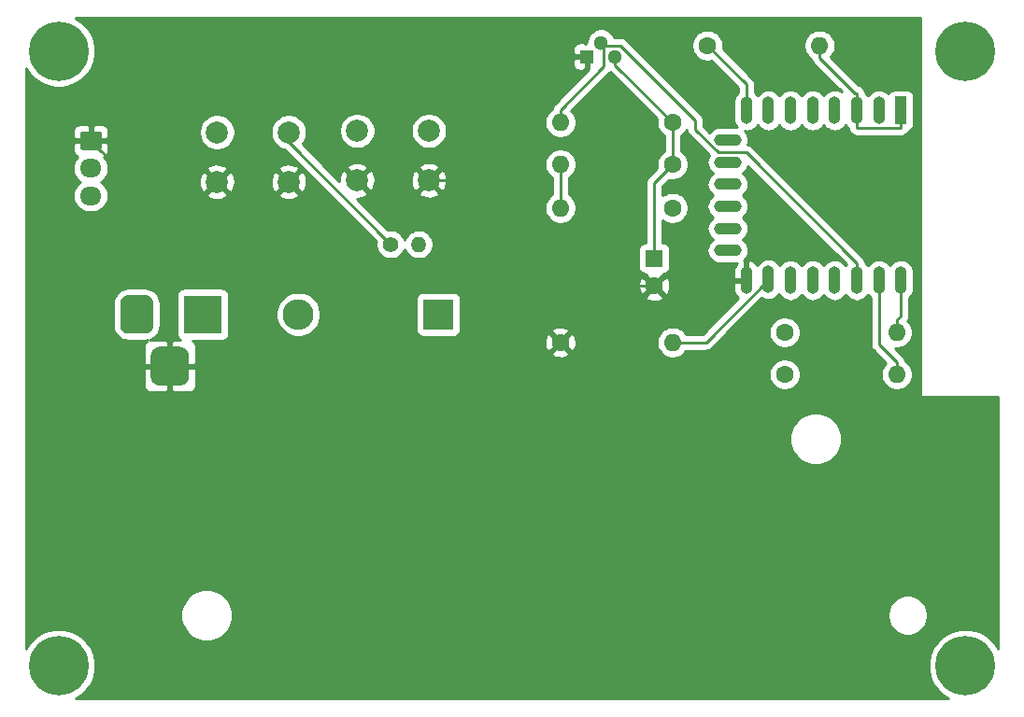
<source format=gbr>
G04 #@! TF.GenerationSoftware,KiCad,Pcbnew,5.1.5-52549c5~84~ubuntu18.04.1*
G04 #@! TF.CreationDate,2020-03-20T00:25:39+01:00*
G04 #@! TF.ProjectId,ltl,6c746c2e-6b69-4636-9164-5f7063625858,rev?*
G04 #@! TF.SameCoordinates,Original*
G04 #@! TF.FileFunction,Copper,L2,Bot*
G04 #@! TF.FilePolarity,Positive*
%FSLAX46Y46*%
G04 Gerber Fmt 4.6, Leading zero omitted, Abs format (unit mm)*
G04 Created by KiCad (PCBNEW 5.1.5-52549c5~84~ubuntu18.04.1) date 2020-03-20 00:25:39*
%MOMM*%
%LPD*%
G04 APERTURE LIST*
%ADD10C,0.800000*%
%ADD11C,5.400000*%
%ADD12O,1.600000X1.600000*%
%ADD13C,1.600000*%
%ADD14R,1.600000X1.600000*%
%ADD15C,1.300000*%
%ADD16R,1.300000X1.300000*%
%ADD17R,3.500000X3.500000*%
%ADD18C,0.100000*%
%ADD19R,2.800000X2.800000*%
%ADD20O,2.800000X2.800000*%
%ADD21O,1.950000X1.700000*%
%ADD22R,1.100000X2.500000*%
%ADD23O,1.100000X2.500000*%
%ADD24O,2.500000X1.100000*%
%ADD25C,1.400000*%
%ADD26O,1.400000X1.400000*%
%ADD27C,2.000000*%
%ADD28C,0.250000*%
%ADD29C,0.254000*%
G04 APERTURE END LIST*
D10*
X78774891Y-125949109D03*
X77343000Y-125356000D03*
X75911109Y-125949109D03*
X75318000Y-127381000D03*
X75911109Y-128812891D03*
X77343000Y-129406000D03*
X78774891Y-128812891D03*
X79368000Y-127381000D03*
D11*
X77343000Y-127381000D03*
X159512000Y-127381000D03*
D10*
X161537000Y-127381000D03*
X160943891Y-128812891D03*
X159512000Y-129406000D03*
X158080109Y-128812891D03*
X157487000Y-127381000D03*
X158080109Y-125949109D03*
X159512000Y-125356000D03*
X160943891Y-125949109D03*
D11*
X159512000Y-71628000D03*
D10*
X161537000Y-71628000D03*
X160943891Y-73059891D03*
X159512000Y-73653000D03*
X158080109Y-73059891D03*
X157487000Y-71628000D03*
X158080109Y-70196109D03*
X159512000Y-69603000D03*
X160943891Y-70196109D03*
X78774891Y-70196109D03*
X77343000Y-69603000D03*
X75911109Y-70196109D03*
X75318000Y-71628000D03*
X75911109Y-73059891D03*
X77343000Y-73653000D03*
X78774891Y-73059891D03*
X79368000Y-71628000D03*
D11*
X77343000Y-71628000D03*
D12*
X122809000Y-78105000D03*
D13*
X132969000Y-78105000D03*
D12*
X122809000Y-85852000D03*
D13*
X132969000Y-85852000D03*
D12*
X122809000Y-81915000D03*
D13*
X132969000Y-81915000D03*
D12*
X146304000Y-71120000D03*
D13*
X136144000Y-71120000D03*
D12*
X153289000Y-100965000D03*
D13*
X143129000Y-100965000D03*
X143129000Y-97155000D03*
D12*
X153289000Y-97155000D03*
D14*
X131318000Y-90424000D03*
D13*
X131318000Y-92924000D03*
X122809000Y-98044000D03*
D12*
X132969000Y-98044000D03*
D15*
X126492000Y-70866000D03*
X127762000Y-72136000D03*
D16*
X125222000Y-72136000D03*
D17*
X90424000Y-95504000D03*
G04 #@! TA.AperFunction,ComponentPad*
D18*
G36*
X85247513Y-93757611D02*
G01*
X85320318Y-93768411D01*
X85391714Y-93786295D01*
X85461013Y-93811090D01*
X85527548Y-93842559D01*
X85590678Y-93880398D01*
X85649795Y-93924242D01*
X85704330Y-93973670D01*
X85753758Y-94028205D01*
X85797602Y-94087322D01*
X85835441Y-94150452D01*
X85866910Y-94216987D01*
X85891705Y-94286286D01*
X85909589Y-94357682D01*
X85920389Y-94430487D01*
X85924000Y-94504000D01*
X85924000Y-96504000D01*
X85920389Y-96577513D01*
X85909589Y-96650318D01*
X85891705Y-96721714D01*
X85866910Y-96791013D01*
X85835441Y-96857548D01*
X85797602Y-96920678D01*
X85753758Y-96979795D01*
X85704330Y-97034330D01*
X85649795Y-97083758D01*
X85590678Y-97127602D01*
X85527548Y-97165441D01*
X85461013Y-97196910D01*
X85391714Y-97221705D01*
X85320318Y-97239589D01*
X85247513Y-97250389D01*
X85174000Y-97254000D01*
X83674000Y-97254000D01*
X83600487Y-97250389D01*
X83527682Y-97239589D01*
X83456286Y-97221705D01*
X83386987Y-97196910D01*
X83320452Y-97165441D01*
X83257322Y-97127602D01*
X83198205Y-97083758D01*
X83143670Y-97034330D01*
X83094242Y-96979795D01*
X83050398Y-96920678D01*
X83012559Y-96857548D01*
X82981090Y-96791013D01*
X82956295Y-96721714D01*
X82938411Y-96650318D01*
X82927611Y-96577513D01*
X82924000Y-96504000D01*
X82924000Y-94504000D01*
X82927611Y-94430487D01*
X82938411Y-94357682D01*
X82956295Y-94286286D01*
X82981090Y-94216987D01*
X83012559Y-94150452D01*
X83050398Y-94087322D01*
X83094242Y-94028205D01*
X83143670Y-93973670D01*
X83198205Y-93924242D01*
X83257322Y-93880398D01*
X83320452Y-93842559D01*
X83386987Y-93811090D01*
X83456286Y-93786295D01*
X83527682Y-93768411D01*
X83600487Y-93757611D01*
X83674000Y-93754000D01*
X85174000Y-93754000D01*
X85247513Y-93757611D01*
G37*
G04 #@! TD.AperFunction*
G04 #@! TA.AperFunction,ComponentPad*
G36*
X88384765Y-98458213D02*
G01*
X88469704Y-98470813D01*
X88552999Y-98491677D01*
X88633848Y-98520605D01*
X88711472Y-98557319D01*
X88785124Y-98601464D01*
X88854094Y-98652616D01*
X88917718Y-98710282D01*
X88975384Y-98773906D01*
X89026536Y-98842876D01*
X89070681Y-98916528D01*
X89107395Y-98994152D01*
X89136323Y-99075001D01*
X89157187Y-99158296D01*
X89169787Y-99243235D01*
X89174000Y-99329000D01*
X89174000Y-101079000D01*
X89169787Y-101164765D01*
X89157187Y-101249704D01*
X89136323Y-101332999D01*
X89107395Y-101413848D01*
X89070681Y-101491472D01*
X89026536Y-101565124D01*
X88975384Y-101634094D01*
X88917718Y-101697718D01*
X88854094Y-101755384D01*
X88785124Y-101806536D01*
X88711472Y-101850681D01*
X88633848Y-101887395D01*
X88552999Y-101916323D01*
X88469704Y-101937187D01*
X88384765Y-101949787D01*
X88299000Y-101954000D01*
X86549000Y-101954000D01*
X86463235Y-101949787D01*
X86378296Y-101937187D01*
X86295001Y-101916323D01*
X86214152Y-101887395D01*
X86136528Y-101850681D01*
X86062876Y-101806536D01*
X85993906Y-101755384D01*
X85930282Y-101697718D01*
X85872616Y-101634094D01*
X85821464Y-101565124D01*
X85777319Y-101491472D01*
X85740605Y-101413848D01*
X85711677Y-101332999D01*
X85690813Y-101249704D01*
X85678213Y-101164765D01*
X85674000Y-101079000D01*
X85674000Y-99329000D01*
X85678213Y-99243235D01*
X85690813Y-99158296D01*
X85711677Y-99075001D01*
X85740605Y-98994152D01*
X85777319Y-98916528D01*
X85821464Y-98842876D01*
X85872616Y-98773906D01*
X85930282Y-98710282D01*
X85993906Y-98652616D01*
X86062876Y-98601464D01*
X86136528Y-98557319D01*
X86214152Y-98520605D01*
X86295001Y-98491677D01*
X86378296Y-98470813D01*
X86463235Y-98458213D01*
X86549000Y-98454000D01*
X88299000Y-98454000D01*
X88384765Y-98458213D01*
G37*
G04 #@! TD.AperFunction*
D19*
X111760000Y-95504000D03*
D20*
X99060000Y-95504000D03*
G04 #@! TA.AperFunction,ComponentPad*
D18*
G36*
X81013504Y-78907204D02*
G01*
X81037773Y-78910804D01*
X81061571Y-78916765D01*
X81084671Y-78925030D01*
X81106849Y-78935520D01*
X81127893Y-78948133D01*
X81147598Y-78962747D01*
X81165777Y-78979223D01*
X81182253Y-78997402D01*
X81196867Y-79017107D01*
X81209480Y-79038151D01*
X81219970Y-79060329D01*
X81228235Y-79083429D01*
X81234196Y-79107227D01*
X81237796Y-79131496D01*
X81239000Y-79156000D01*
X81239000Y-80356000D01*
X81237796Y-80380504D01*
X81234196Y-80404773D01*
X81228235Y-80428571D01*
X81219970Y-80451671D01*
X81209480Y-80473849D01*
X81196867Y-80494893D01*
X81182253Y-80514598D01*
X81165777Y-80532777D01*
X81147598Y-80549253D01*
X81127893Y-80563867D01*
X81106849Y-80576480D01*
X81084671Y-80586970D01*
X81061571Y-80595235D01*
X81037773Y-80601196D01*
X81013504Y-80604796D01*
X80989000Y-80606000D01*
X79539000Y-80606000D01*
X79514496Y-80604796D01*
X79490227Y-80601196D01*
X79466429Y-80595235D01*
X79443329Y-80586970D01*
X79421151Y-80576480D01*
X79400107Y-80563867D01*
X79380402Y-80549253D01*
X79362223Y-80532777D01*
X79345747Y-80514598D01*
X79331133Y-80494893D01*
X79318520Y-80473849D01*
X79308030Y-80451671D01*
X79299765Y-80428571D01*
X79293804Y-80404773D01*
X79290204Y-80380504D01*
X79289000Y-80356000D01*
X79289000Y-79156000D01*
X79290204Y-79131496D01*
X79293804Y-79107227D01*
X79299765Y-79083429D01*
X79308030Y-79060329D01*
X79318520Y-79038151D01*
X79331133Y-79017107D01*
X79345747Y-78997402D01*
X79362223Y-78979223D01*
X79380402Y-78962747D01*
X79400107Y-78948133D01*
X79421151Y-78935520D01*
X79443329Y-78925030D01*
X79466429Y-78916765D01*
X79490227Y-78910804D01*
X79514496Y-78907204D01*
X79539000Y-78906000D01*
X80989000Y-78906000D01*
X81013504Y-78907204D01*
G37*
G04 #@! TD.AperFunction*
D21*
X80264000Y-82256000D03*
X80264000Y-84756000D03*
D22*
X153670000Y-77024000D03*
D23*
X151670000Y-77024000D03*
X149670000Y-77024000D03*
X147670000Y-77024000D03*
X145670000Y-77024000D03*
X143670000Y-77024000D03*
X141670000Y-77024000D03*
X139670000Y-77024000D03*
X139670000Y-92424000D03*
X141670000Y-92324000D03*
X143670000Y-92424000D03*
X145670000Y-92424000D03*
X147670000Y-92424000D03*
X149670000Y-92424000D03*
X151670000Y-92424000D03*
X153670000Y-92424000D03*
D24*
X137970000Y-79714000D03*
X137970000Y-81714000D03*
X137970000Y-83714000D03*
X137970000Y-85714000D03*
X137970000Y-87714000D03*
X137970000Y-89714000D03*
D25*
X107442000Y-89154000D03*
D26*
X109982000Y-89154000D03*
D27*
X110894000Y-78867000D03*
X110894000Y-83367000D03*
X104394000Y-78867000D03*
X104394000Y-83367000D03*
X91694000Y-83494000D03*
X91694000Y-78994000D03*
X98194000Y-83494000D03*
X98194000Y-78994000D03*
D28*
X124171900Y-92924000D02*
X124171900Y-96681100D01*
X124171900Y-96681100D02*
X122809000Y-98044000D01*
X116345500Y-83367000D02*
X124171900Y-91193400D01*
X124171900Y-91193400D02*
X124171900Y-92924000D01*
X124171900Y-92924000D02*
X131318000Y-92924000D01*
X87848000Y-87340000D02*
X91694000Y-83494000D01*
X87424000Y-100204000D02*
X87424000Y-87764000D01*
X87424000Y-87764000D02*
X87848000Y-87340000D01*
X87848000Y-87340000D02*
X80264000Y-79756000D01*
X116345500Y-83367000D02*
X116345500Y-81987800D01*
X116345500Y-81987800D02*
X125222000Y-73111300D01*
X116345500Y-83367000D02*
X110894000Y-83367000D01*
X125222000Y-72136000D02*
X125222000Y-73111300D01*
X132969000Y-81915000D02*
X131318000Y-83566000D01*
X131318000Y-83566000D02*
X131318000Y-90424000D01*
X132969000Y-78105000D02*
X132969000Y-81915000D01*
X132969000Y-78105000D02*
X127762000Y-72898000D01*
X127762000Y-72898000D02*
X127762000Y-72136000D01*
X136144000Y-71120000D02*
X139670000Y-74646000D01*
X139670000Y-74646000D02*
X139670000Y-77724000D01*
X126752000Y-71137300D02*
X126752000Y-73036700D01*
X126752000Y-73036700D02*
X122809000Y-76979700D01*
X126492000Y-70866000D02*
X126752000Y-71126000D01*
X126752000Y-71126000D02*
X126752000Y-71137300D01*
X149670000Y-90848700D02*
X139659900Y-80838600D01*
X139659900Y-80838600D02*
X137100500Y-80838600D01*
X137100500Y-80838600D02*
X135018600Y-78756700D01*
X135018600Y-78756700D02*
X135018600Y-77908200D01*
X135018600Y-77908200D02*
X128247700Y-71137300D01*
X128247700Y-71137300D02*
X126752000Y-71137300D01*
X122809000Y-78105000D02*
X122809000Y-76979700D01*
X149670000Y-91724000D02*
X149670000Y-90848700D01*
X141670000Y-91724000D02*
X141670000Y-92378100D01*
X141670000Y-92378100D02*
X136004100Y-98044000D01*
X136004100Y-98044000D02*
X132969000Y-98044000D01*
X149670000Y-77724000D02*
X149670000Y-75448700D01*
X146304000Y-71120000D02*
X146304000Y-72245300D01*
X149670000Y-75448700D02*
X149507400Y-75448700D01*
X149507400Y-75448700D02*
X146304000Y-72245300D01*
X149670000Y-78161600D02*
X149670000Y-77724000D01*
X149670000Y-78161600D02*
X149670000Y-78599300D01*
X153670000Y-77724000D02*
X153670000Y-78599300D01*
X149670000Y-78599300D02*
X153670000Y-78599300D01*
X98194000Y-78994000D02*
X98194000Y-79906000D01*
X98194000Y-79906000D02*
X107442000Y-89154000D01*
X153289000Y-100965000D02*
X153289000Y-99839700D01*
X151670000Y-91724000D02*
X151670000Y-98220700D01*
X151670000Y-98220700D02*
X153289000Y-99839700D01*
X153289000Y-97155000D02*
X153289000Y-96029700D01*
X153670000Y-91724000D02*
X153670000Y-95648700D01*
X153670000Y-95648700D02*
X153289000Y-96029700D01*
X122809000Y-81915000D02*
X122809000Y-85852000D01*
D29*
G36*
X155448000Y-102870000D02*
G01*
X155450440Y-102894776D01*
X155457667Y-102918601D01*
X155469403Y-102940557D01*
X155485197Y-102959803D01*
X155504443Y-102975597D01*
X155526399Y-102987333D01*
X155550224Y-102994560D01*
X155575000Y-102997000D01*
X162485000Y-102997000D01*
X162485000Y-125843681D01*
X162467439Y-125801285D01*
X162102464Y-125255061D01*
X161637939Y-124790536D01*
X161091715Y-124425561D01*
X160484784Y-124174162D01*
X159840469Y-124046000D01*
X159183531Y-124046000D01*
X158539216Y-124174162D01*
X157932285Y-124425561D01*
X157386061Y-124790536D01*
X156921536Y-125255061D01*
X156556561Y-125801285D01*
X156305162Y-126408216D01*
X156177000Y-127052531D01*
X156177000Y-127709469D01*
X156305162Y-128353784D01*
X156556561Y-128960715D01*
X156921536Y-129506939D01*
X157386061Y-129971464D01*
X157932285Y-130336439D01*
X157974681Y-130354000D01*
X78880319Y-130354000D01*
X78922715Y-130336439D01*
X79468939Y-129971464D01*
X79933464Y-129506939D01*
X80298439Y-128960715D01*
X80549838Y-128353784D01*
X80678000Y-127709469D01*
X80678000Y-127052531D01*
X80549838Y-126408216D01*
X80298439Y-125801285D01*
X79933464Y-125255061D01*
X79468939Y-124790536D01*
X78922715Y-124425561D01*
X78315784Y-124174162D01*
X77671469Y-124046000D01*
X77014531Y-124046000D01*
X76370216Y-124174162D01*
X75763285Y-124425561D01*
X75217061Y-124790536D01*
X74752536Y-125255061D01*
X74387561Y-125801285D01*
X74370000Y-125843681D01*
X74370000Y-122575560D01*
X88404000Y-122575560D01*
X88404000Y-123040440D01*
X88494694Y-123496387D01*
X88672595Y-123925879D01*
X88930868Y-124312412D01*
X89259588Y-124641132D01*
X89646121Y-124899405D01*
X90075613Y-125077306D01*
X90531560Y-125168000D01*
X90996440Y-125168000D01*
X91452387Y-125077306D01*
X91881879Y-124899405D01*
X92268412Y-124641132D01*
X92597132Y-124312412D01*
X92855405Y-123925879D01*
X93033306Y-123496387D01*
X93124000Y-123040440D01*
X93124000Y-122627761D01*
X152464000Y-122627761D01*
X152464000Y-122988239D01*
X152534325Y-123341791D01*
X152672275Y-123674830D01*
X152872546Y-123974557D01*
X153127443Y-124229454D01*
X153427170Y-124429725D01*
X153760209Y-124567675D01*
X154113761Y-124638000D01*
X154474239Y-124638000D01*
X154827791Y-124567675D01*
X155160830Y-124429725D01*
X155460557Y-124229454D01*
X155715454Y-123974557D01*
X155915725Y-123674830D01*
X156053675Y-123341791D01*
X156124000Y-122988239D01*
X156124000Y-122627761D01*
X156053675Y-122274209D01*
X155915725Y-121941170D01*
X155715454Y-121641443D01*
X155460557Y-121386546D01*
X155160830Y-121186275D01*
X154827791Y-121048325D01*
X154474239Y-120978000D01*
X154113761Y-120978000D01*
X153760209Y-121048325D01*
X153427170Y-121186275D01*
X153127443Y-121386546D01*
X152872546Y-121641443D01*
X152672275Y-121941170D01*
X152534325Y-122274209D01*
X152464000Y-122627761D01*
X93124000Y-122627761D01*
X93124000Y-122575560D01*
X93033306Y-122119613D01*
X92855405Y-121690121D01*
X92597132Y-121303588D01*
X92268412Y-120974868D01*
X91881879Y-120716595D01*
X91452387Y-120538694D01*
X90996440Y-120448000D01*
X90531560Y-120448000D01*
X90075613Y-120538694D01*
X89646121Y-120716595D01*
X89259588Y-120974868D01*
X88930868Y-121303588D01*
X88672595Y-121690121D01*
X88494694Y-122119613D01*
X88404000Y-122575560D01*
X74370000Y-122575560D01*
X74370000Y-106575560D01*
X143604000Y-106575560D01*
X143604000Y-107040440D01*
X143694694Y-107496387D01*
X143872595Y-107925879D01*
X144130868Y-108312412D01*
X144459588Y-108641132D01*
X144846121Y-108899405D01*
X145275613Y-109077306D01*
X145731560Y-109168000D01*
X146196440Y-109168000D01*
X146652387Y-109077306D01*
X147081879Y-108899405D01*
X147468412Y-108641132D01*
X147797132Y-108312412D01*
X148055405Y-107925879D01*
X148233306Y-107496387D01*
X148324000Y-107040440D01*
X148324000Y-106575560D01*
X148233306Y-106119613D01*
X148055405Y-105690121D01*
X147797132Y-105303588D01*
X147468412Y-104974868D01*
X147081879Y-104716595D01*
X146652387Y-104538694D01*
X146196440Y-104448000D01*
X145731560Y-104448000D01*
X145275613Y-104538694D01*
X144846121Y-104716595D01*
X144459588Y-104974868D01*
X144130868Y-105303588D01*
X143872595Y-105690121D01*
X143694694Y-106119613D01*
X143604000Y-106575560D01*
X74370000Y-106575560D01*
X74370000Y-101954000D01*
X85035928Y-101954000D01*
X85048188Y-102078482D01*
X85084498Y-102198180D01*
X85143463Y-102308494D01*
X85222815Y-102405185D01*
X85319506Y-102484537D01*
X85429820Y-102543502D01*
X85549518Y-102579812D01*
X85674000Y-102592072D01*
X87138250Y-102589000D01*
X87297000Y-102430250D01*
X87297000Y-100331000D01*
X87551000Y-100331000D01*
X87551000Y-102430250D01*
X87709750Y-102589000D01*
X89174000Y-102592072D01*
X89298482Y-102579812D01*
X89418180Y-102543502D01*
X89528494Y-102484537D01*
X89625185Y-102405185D01*
X89704537Y-102308494D01*
X89763502Y-102198180D01*
X89799812Y-102078482D01*
X89812072Y-101954000D01*
X89809701Y-100823665D01*
X141694000Y-100823665D01*
X141694000Y-101106335D01*
X141749147Y-101383574D01*
X141857320Y-101644727D01*
X142014363Y-101879759D01*
X142214241Y-102079637D01*
X142449273Y-102236680D01*
X142710426Y-102344853D01*
X142987665Y-102400000D01*
X143270335Y-102400000D01*
X143547574Y-102344853D01*
X143808727Y-102236680D01*
X144043759Y-102079637D01*
X144243637Y-101879759D01*
X144400680Y-101644727D01*
X144508853Y-101383574D01*
X144564000Y-101106335D01*
X144564000Y-100823665D01*
X144508853Y-100546426D01*
X144400680Y-100285273D01*
X144243637Y-100050241D01*
X144043759Y-99850363D01*
X143808727Y-99693320D01*
X143547574Y-99585147D01*
X143270335Y-99530000D01*
X142987665Y-99530000D01*
X142710426Y-99585147D01*
X142449273Y-99693320D01*
X142214241Y-99850363D01*
X142014363Y-100050241D01*
X141857320Y-100285273D01*
X141749147Y-100546426D01*
X141694000Y-100823665D01*
X89809701Y-100823665D01*
X89809000Y-100489750D01*
X89650250Y-100331000D01*
X87551000Y-100331000D01*
X87297000Y-100331000D01*
X85197750Y-100331000D01*
X85039000Y-100489750D01*
X85035928Y-101954000D01*
X74370000Y-101954000D01*
X74370000Y-94504000D01*
X82285928Y-94504000D01*
X82285928Y-96504000D01*
X82312599Y-96774799D01*
X82391589Y-97035192D01*
X82519860Y-97275171D01*
X82692485Y-97485515D01*
X82902829Y-97658140D01*
X83142808Y-97786411D01*
X83403201Y-97865401D01*
X83674000Y-97892072D01*
X85174000Y-97892072D01*
X85424366Y-97867413D01*
X85319506Y-97923463D01*
X85222815Y-98002815D01*
X85143463Y-98099506D01*
X85084498Y-98209820D01*
X85048188Y-98329518D01*
X85035928Y-98454000D01*
X85039000Y-99918250D01*
X85197750Y-100077000D01*
X87297000Y-100077000D01*
X87297000Y-97977750D01*
X87551000Y-97977750D01*
X87551000Y-100077000D01*
X89650250Y-100077000D01*
X89809000Y-99918250D01*
X89810849Y-99036702D01*
X121995903Y-99036702D01*
X122067486Y-99280671D01*
X122322996Y-99401571D01*
X122597184Y-99470300D01*
X122879512Y-99484217D01*
X123159130Y-99442787D01*
X123425292Y-99347603D01*
X123550514Y-99280671D01*
X123622097Y-99036702D01*
X122809000Y-98223605D01*
X121995903Y-99036702D01*
X89810849Y-99036702D01*
X89812072Y-98454000D01*
X89799812Y-98329518D01*
X89763502Y-98209820D01*
X89712559Y-98114512D01*
X121368783Y-98114512D01*
X121410213Y-98394130D01*
X121505397Y-98660292D01*
X121572329Y-98785514D01*
X121816298Y-98857097D01*
X122629395Y-98044000D01*
X122988605Y-98044000D01*
X123801702Y-98857097D01*
X124045671Y-98785514D01*
X124166571Y-98530004D01*
X124235300Y-98255816D01*
X124249217Y-97973488D01*
X124207787Y-97693870D01*
X124112603Y-97427708D01*
X124045671Y-97302486D01*
X123801702Y-97230903D01*
X122988605Y-98044000D01*
X122629395Y-98044000D01*
X121816298Y-97230903D01*
X121572329Y-97302486D01*
X121451429Y-97557996D01*
X121382700Y-97832184D01*
X121368783Y-98114512D01*
X89712559Y-98114512D01*
X89704537Y-98099506D01*
X89625185Y-98002815D01*
X89528494Y-97923463D01*
X89469767Y-97892072D01*
X92174000Y-97892072D01*
X92298482Y-97879812D01*
X92418180Y-97843502D01*
X92528494Y-97784537D01*
X92625185Y-97705185D01*
X92704537Y-97608494D01*
X92763502Y-97498180D01*
X92799812Y-97378482D01*
X92812072Y-97254000D01*
X92812072Y-95303570D01*
X97025000Y-95303570D01*
X97025000Y-95704430D01*
X97103204Y-96097587D01*
X97256607Y-96467934D01*
X97479313Y-96801237D01*
X97762763Y-97084687D01*
X98096066Y-97307393D01*
X98466413Y-97460796D01*
X98859570Y-97539000D01*
X99260430Y-97539000D01*
X99653587Y-97460796D01*
X100023934Y-97307393D01*
X100357237Y-97084687D01*
X100640687Y-96801237D01*
X100863393Y-96467934D01*
X101016796Y-96097587D01*
X101095000Y-95704430D01*
X101095000Y-95303570D01*
X101016796Y-94910413D01*
X100863393Y-94540066D01*
X100640687Y-94206763D01*
X100537924Y-94104000D01*
X109721928Y-94104000D01*
X109721928Y-96904000D01*
X109734188Y-97028482D01*
X109770498Y-97148180D01*
X109829463Y-97258494D01*
X109908815Y-97355185D01*
X110005506Y-97434537D01*
X110115820Y-97493502D01*
X110235518Y-97529812D01*
X110360000Y-97542072D01*
X113160000Y-97542072D01*
X113284482Y-97529812D01*
X113404180Y-97493502D01*
X113514494Y-97434537D01*
X113611185Y-97355185D01*
X113690537Y-97258494D01*
X113749502Y-97148180D01*
X113778890Y-97051298D01*
X121995903Y-97051298D01*
X122809000Y-97864395D01*
X123622097Y-97051298D01*
X123550514Y-96807329D01*
X123295004Y-96686429D01*
X123020816Y-96617700D01*
X122738488Y-96603783D01*
X122458870Y-96645213D01*
X122192708Y-96740397D01*
X122067486Y-96807329D01*
X121995903Y-97051298D01*
X113778890Y-97051298D01*
X113785812Y-97028482D01*
X113798072Y-96904000D01*
X113798072Y-94104000D01*
X113785812Y-93979518D01*
X113766757Y-93916702D01*
X130504903Y-93916702D01*
X130576486Y-94160671D01*
X130831996Y-94281571D01*
X131106184Y-94350300D01*
X131388512Y-94364217D01*
X131668130Y-94322787D01*
X131934292Y-94227603D01*
X132059514Y-94160671D01*
X132131097Y-93916702D01*
X131318000Y-93103605D01*
X130504903Y-93916702D01*
X113766757Y-93916702D01*
X113749502Y-93859820D01*
X113690537Y-93749506D01*
X113611185Y-93652815D01*
X113514494Y-93573463D01*
X113404180Y-93514498D01*
X113284482Y-93478188D01*
X113160000Y-93465928D01*
X110360000Y-93465928D01*
X110235518Y-93478188D01*
X110115820Y-93514498D01*
X110005506Y-93573463D01*
X109908815Y-93652815D01*
X109829463Y-93749506D01*
X109770498Y-93859820D01*
X109734188Y-93979518D01*
X109721928Y-94104000D01*
X100537924Y-94104000D01*
X100357237Y-93923313D01*
X100023934Y-93700607D01*
X99653587Y-93547204D01*
X99260430Y-93469000D01*
X98859570Y-93469000D01*
X98466413Y-93547204D01*
X98096066Y-93700607D01*
X97762763Y-93923313D01*
X97479313Y-94206763D01*
X97256607Y-94540066D01*
X97103204Y-94910413D01*
X97025000Y-95303570D01*
X92812072Y-95303570D01*
X92812072Y-93754000D01*
X92799812Y-93629518D01*
X92763502Y-93509820D01*
X92704537Y-93399506D01*
X92625185Y-93302815D01*
X92528494Y-93223463D01*
X92418180Y-93164498D01*
X92298482Y-93128188D01*
X92174000Y-93115928D01*
X88674000Y-93115928D01*
X88549518Y-93128188D01*
X88429820Y-93164498D01*
X88319506Y-93223463D01*
X88222815Y-93302815D01*
X88143463Y-93399506D01*
X88084498Y-93509820D01*
X88048188Y-93629518D01*
X88035928Y-93754000D01*
X88035928Y-97254000D01*
X88048188Y-97378482D01*
X88084498Y-97498180D01*
X88143463Y-97608494D01*
X88222815Y-97705185D01*
X88319506Y-97784537D01*
X88381345Y-97817591D01*
X87709750Y-97819000D01*
X87551000Y-97977750D01*
X87297000Y-97977750D01*
X87138250Y-97819000D01*
X85674000Y-97815928D01*
X85576105Y-97825570D01*
X85705192Y-97786411D01*
X85945171Y-97658140D01*
X86155515Y-97485515D01*
X86328140Y-97275171D01*
X86456411Y-97035192D01*
X86535401Y-96774799D01*
X86562072Y-96504000D01*
X86562072Y-94504000D01*
X86535401Y-94233201D01*
X86456411Y-93972808D01*
X86328140Y-93732829D01*
X86155515Y-93522485D01*
X85945171Y-93349860D01*
X85705192Y-93221589D01*
X85444799Y-93142599D01*
X85174000Y-93115928D01*
X83674000Y-93115928D01*
X83403201Y-93142599D01*
X83142808Y-93221589D01*
X82902829Y-93349860D01*
X82692485Y-93522485D01*
X82519860Y-93732829D01*
X82391589Y-93972808D01*
X82312599Y-94233201D01*
X82285928Y-94504000D01*
X74370000Y-94504000D01*
X74370000Y-92994512D01*
X129877783Y-92994512D01*
X129919213Y-93274130D01*
X130014397Y-93540292D01*
X130081329Y-93665514D01*
X130325298Y-93737097D01*
X131138395Y-92924000D01*
X131497605Y-92924000D01*
X132310702Y-93737097D01*
X132554671Y-93665514D01*
X132675571Y-93410004D01*
X132744300Y-93135816D01*
X132758217Y-92853488D01*
X132716787Y-92573870D01*
X132621603Y-92307708D01*
X132554671Y-92182486D01*
X132310702Y-92110903D01*
X131497605Y-92924000D01*
X131138395Y-92924000D01*
X130325298Y-92110903D01*
X130081329Y-92182486D01*
X129960429Y-92437996D01*
X129891700Y-92712184D01*
X129877783Y-92994512D01*
X74370000Y-92994512D01*
X74370000Y-82256000D01*
X78646815Y-82256000D01*
X78675487Y-82547111D01*
X78760401Y-82827034D01*
X78898294Y-83085014D01*
X79083866Y-83311134D01*
X79309986Y-83496706D01*
X79327374Y-83506000D01*
X79309986Y-83515294D01*
X79083866Y-83700866D01*
X78898294Y-83926986D01*
X78760401Y-84184966D01*
X78675487Y-84464889D01*
X78646815Y-84756000D01*
X78675487Y-85047111D01*
X78760401Y-85327034D01*
X78898294Y-85585014D01*
X79083866Y-85811134D01*
X79309986Y-85996706D01*
X79567966Y-86134599D01*
X79847889Y-86219513D01*
X80066050Y-86241000D01*
X80461950Y-86241000D01*
X80680111Y-86219513D01*
X80960034Y-86134599D01*
X81218014Y-85996706D01*
X81444134Y-85811134D01*
X81629706Y-85585014D01*
X81767599Y-85327034D01*
X81852513Y-85047111D01*
X81881185Y-84756000D01*
X81868718Y-84629413D01*
X90738192Y-84629413D01*
X90833956Y-84893814D01*
X91123571Y-85034704D01*
X91435108Y-85116384D01*
X91756595Y-85135718D01*
X92075675Y-85091961D01*
X92380088Y-84986795D01*
X92554044Y-84893814D01*
X92649808Y-84629413D01*
X97238192Y-84629413D01*
X97333956Y-84893814D01*
X97623571Y-85034704D01*
X97935108Y-85116384D01*
X98256595Y-85135718D01*
X98575675Y-85091961D01*
X98880088Y-84986795D01*
X99054044Y-84893814D01*
X99149808Y-84629413D01*
X98194000Y-83673605D01*
X97238192Y-84629413D01*
X92649808Y-84629413D01*
X91694000Y-83673605D01*
X90738192Y-84629413D01*
X81868718Y-84629413D01*
X81852513Y-84464889D01*
X81767599Y-84184966D01*
X81629706Y-83926986D01*
X81444134Y-83700866D01*
X81268340Y-83556595D01*
X90052282Y-83556595D01*
X90096039Y-83875675D01*
X90201205Y-84180088D01*
X90294186Y-84354044D01*
X90558587Y-84449808D01*
X91514395Y-83494000D01*
X91873605Y-83494000D01*
X92829413Y-84449808D01*
X93093814Y-84354044D01*
X93234704Y-84064429D01*
X93316384Y-83752892D01*
X93328189Y-83556595D01*
X96552282Y-83556595D01*
X96596039Y-83875675D01*
X96701205Y-84180088D01*
X96794186Y-84354044D01*
X97058587Y-84449808D01*
X98014395Y-83494000D01*
X98373605Y-83494000D01*
X99329413Y-84449808D01*
X99593814Y-84354044D01*
X99734704Y-84064429D01*
X99816384Y-83752892D01*
X99835718Y-83431405D01*
X99791961Y-83112325D01*
X99686795Y-82807912D01*
X99593814Y-82633956D01*
X99329413Y-82538192D01*
X98373605Y-83494000D01*
X98014395Y-83494000D01*
X97058587Y-82538192D01*
X96794186Y-82633956D01*
X96653296Y-82923571D01*
X96571616Y-83235108D01*
X96552282Y-83556595D01*
X93328189Y-83556595D01*
X93335718Y-83431405D01*
X93291961Y-83112325D01*
X93186795Y-82807912D01*
X93093814Y-82633956D01*
X92829413Y-82538192D01*
X91873605Y-83494000D01*
X91514395Y-83494000D01*
X90558587Y-82538192D01*
X90294186Y-82633956D01*
X90153296Y-82923571D01*
X90071616Y-83235108D01*
X90052282Y-83556595D01*
X81268340Y-83556595D01*
X81218014Y-83515294D01*
X81200626Y-83506000D01*
X81218014Y-83496706D01*
X81444134Y-83311134D01*
X81629706Y-83085014D01*
X81767599Y-82827034D01*
X81852513Y-82547111D01*
X81871081Y-82358587D01*
X90738192Y-82358587D01*
X91694000Y-83314395D01*
X92649808Y-82358587D01*
X97238192Y-82358587D01*
X98194000Y-83314395D01*
X99149808Y-82358587D01*
X99054044Y-82094186D01*
X98764429Y-81953296D01*
X98452892Y-81871616D01*
X98131405Y-81852282D01*
X97812325Y-81896039D01*
X97507912Y-82001205D01*
X97333956Y-82094186D01*
X97238192Y-82358587D01*
X92649808Y-82358587D01*
X92554044Y-82094186D01*
X92264429Y-81953296D01*
X91952892Y-81871616D01*
X91631405Y-81852282D01*
X91312325Y-81896039D01*
X91007912Y-82001205D01*
X90833956Y-82094186D01*
X90738192Y-82358587D01*
X81871081Y-82358587D01*
X81881185Y-82256000D01*
X81852513Y-81964889D01*
X81767599Y-81684966D01*
X81629706Y-81426986D01*
X81448392Y-81206055D01*
X81483180Y-81195502D01*
X81593494Y-81136537D01*
X81690185Y-81057185D01*
X81769537Y-80960494D01*
X81828502Y-80850180D01*
X81864812Y-80730482D01*
X81877072Y-80606000D01*
X81874000Y-80041750D01*
X81715250Y-79883000D01*
X80391000Y-79883000D01*
X80391000Y-79903000D01*
X80137000Y-79903000D01*
X80137000Y-79883000D01*
X78812750Y-79883000D01*
X78654000Y-80041750D01*
X78650928Y-80606000D01*
X78663188Y-80730482D01*
X78699498Y-80850180D01*
X78758463Y-80960494D01*
X78837815Y-81057185D01*
X78934506Y-81136537D01*
X79044820Y-81195502D01*
X79079608Y-81206055D01*
X78898294Y-81426986D01*
X78760401Y-81684966D01*
X78675487Y-81964889D01*
X78646815Y-82256000D01*
X74370000Y-82256000D01*
X74370000Y-78906000D01*
X78650928Y-78906000D01*
X78654000Y-79470250D01*
X78812750Y-79629000D01*
X80137000Y-79629000D01*
X80137000Y-78429750D01*
X80391000Y-78429750D01*
X80391000Y-79629000D01*
X81715250Y-79629000D01*
X81874000Y-79470250D01*
X81877072Y-78906000D01*
X81869880Y-78832967D01*
X90059000Y-78832967D01*
X90059000Y-79155033D01*
X90121832Y-79470912D01*
X90245082Y-79768463D01*
X90424013Y-80036252D01*
X90651748Y-80263987D01*
X90919537Y-80442918D01*
X91217088Y-80566168D01*
X91532967Y-80629000D01*
X91855033Y-80629000D01*
X92170912Y-80566168D01*
X92468463Y-80442918D01*
X92736252Y-80263987D01*
X92963987Y-80036252D01*
X93142918Y-79768463D01*
X93266168Y-79470912D01*
X93329000Y-79155033D01*
X93329000Y-78832967D01*
X96559000Y-78832967D01*
X96559000Y-79155033D01*
X96621832Y-79470912D01*
X96745082Y-79768463D01*
X96924013Y-80036252D01*
X97151748Y-80263987D01*
X97419537Y-80442918D01*
X97717088Y-80566168D01*
X97794831Y-80581632D01*
X106128355Y-88915157D01*
X106107000Y-89022514D01*
X106107000Y-89285486D01*
X106158304Y-89543405D01*
X106258939Y-89786359D01*
X106405038Y-90005013D01*
X106590987Y-90190962D01*
X106809641Y-90337061D01*
X107052595Y-90437696D01*
X107310514Y-90489000D01*
X107573486Y-90489000D01*
X107831405Y-90437696D01*
X108074359Y-90337061D01*
X108293013Y-90190962D01*
X108478962Y-90005013D01*
X108625061Y-89786359D01*
X108712000Y-89576470D01*
X108798939Y-89786359D01*
X108945038Y-90005013D01*
X109130987Y-90190962D01*
X109349641Y-90337061D01*
X109592595Y-90437696D01*
X109850514Y-90489000D01*
X110113486Y-90489000D01*
X110371405Y-90437696D01*
X110614359Y-90337061D01*
X110833013Y-90190962D01*
X111018962Y-90005013D01*
X111165061Y-89786359D01*
X111265696Y-89543405D01*
X111317000Y-89285486D01*
X111317000Y-89022514D01*
X111265696Y-88764595D01*
X111165061Y-88521641D01*
X111018962Y-88302987D01*
X110833013Y-88117038D01*
X110614359Y-87970939D01*
X110371405Y-87870304D01*
X110113486Y-87819000D01*
X109850514Y-87819000D01*
X109592595Y-87870304D01*
X109349641Y-87970939D01*
X109130987Y-88117038D01*
X108945038Y-88302987D01*
X108798939Y-88521641D01*
X108712000Y-88731530D01*
X108625061Y-88521641D01*
X108478962Y-88302987D01*
X108293013Y-88117038D01*
X108074359Y-87970939D01*
X107831405Y-87870304D01*
X107573486Y-87819000D01*
X107310514Y-87819000D01*
X107203157Y-87840355D01*
X104366076Y-85003274D01*
X104456595Y-85008718D01*
X104775675Y-84964961D01*
X105080088Y-84859795D01*
X105254044Y-84766814D01*
X105349808Y-84502413D01*
X109938192Y-84502413D01*
X110033956Y-84766814D01*
X110323571Y-84907704D01*
X110635108Y-84989384D01*
X110956595Y-85008718D01*
X111275675Y-84964961D01*
X111580088Y-84859795D01*
X111754044Y-84766814D01*
X111849808Y-84502413D01*
X110894000Y-83546605D01*
X109938192Y-84502413D01*
X105349808Y-84502413D01*
X104394000Y-83546605D01*
X104379858Y-83560748D01*
X104200253Y-83381143D01*
X104214395Y-83367000D01*
X104573605Y-83367000D01*
X105529413Y-84322808D01*
X105793814Y-84227044D01*
X105934704Y-83937429D01*
X106016384Y-83625892D01*
X106028189Y-83429595D01*
X109252282Y-83429595D01*
X109296039Y-83748675D01*
X109401205Y-84053088D01*
X109494186Y-84227044D01*
X109758587Y-84322808D01*
X110714395Y-83367000D01*
X111073605Y-83367000D01*
X112029413Y-84322808D01*
X112293814Y-84227044D01*
X112434704Y-83937429D01*
X112516384Y-83625892D01*
X112535718Y-83304405D01*
X112491961Y-82985325D01*
X112386795Y-82680912D01*
X112293814Y-82506956D01*
X112029413Y-82411192D01*
X111073605Y-83367000D01*
X110714395Y-83367000D01*
X109758587Y-82411192D01*
X109494186Y-82506956D01*
X109353296Y-82796571D01*
X109271616Y-83108108D01*
X109252282Y-83429595D01*
X106028189Y-83429595D01*
X106035718Y-83304405D01*
X105991961Y-82985325D01*
X105886795Y-82680912D01*
X105793814Y-82506956D01*
X105529413Y-82411192D01*
X104573605Y-83367000D01*
X104214395Y-83367000D01*
X103258587Y-82411192D01*
X102994186Y-82506956D01*
X102853296Y-82796571D01*
X102771616Y-83108108D01*
X102754558Y-83391756D01*
X101594389Y-82231587D01*
X103438192Y-82231587D01*
X104394000Y-83187395D01*
X105349808Y-82231587D01*
X109938192Y-82231587D01*
X110894000Y-83187395D01*
X111849808Y-82231587D01*
X111754044Y-81967186D01*
X111464429Y-81826296D01*
X111263689Y-81773665D01*
X121374000Y-81773665D01*
X121374000Y-82056335D01*
X121429147Y-82333574D01*
X121537320Y-82594727D01*
X121694363Y-82829759D01*
X121894241Y-83029637D01*
X122049000Y-83133044D01*
X122049001Y-84633956D01*
X121894241Y-84737363D01*
X121694363Y-84937241D01*
X121537320Y-85172273D01*
X121429147Y-85433426D01*
X121374000Y-85710665D01*
X121374000Y-85993335D01*
X121429147Y-86270574D01*
X121537320Y-86531727D01*
X121694363Y-86766759D01*
X121894241Y-86966637D01*
X122129273Y-87123680D01*
X122390426Y-87231853D01*
X122667665Y-87287000D01*
X122950335Y-87287000D01*
X123227574Y-87231853D01*
X123488727Y-87123680D01*
X123723759Y-86966637D01*
X123923637Y-86766759D01*
X124080680Y-86531727D01*
X124188853Y-86270574D01*
X124244000Y-85993335D01*
X124244000Y-85710665D01*
X124188853Y-85433426D01*
X124080680Y-85172273D01*
X123923637Y-84937241D01*
X123723759Y-84737363D01*
X123569000Y-84633957D01*
X123569000Y-83133043D01*
X123723759Y-83029637D01*
X123923637Y-82829759D01*
X124080680Y-82594727D01*
X124188853Y-82333574D01*
X124244000Y-82056335D01*
X124244000Y-81773665D01*
X124188853Y-81496426D01*
X124080680Y-81235273D01*
X123923637Y-81000241D01*
X123723759Y-80800363D01*
X123488727Y-80643320D01*
X123227574Y-80535147D01*
X122950335Y-80480000D01*
X122667665Y-80480000D01*
X122390426Y-80535147D01*
X122129273Y-80643320D01*
X121894241Y-80800363D01*
X121694363Y-81000241D01*
X121537320Y-81235273D01*
X121429147Y-81496426D01*
X121374000Y-81773665D01*
X111263689Y-81773665D01*
X111152892Y-81744616D01*
X110831405Y-81725282D01*
X110512325Y-81769039D01*
X110207912Y-81874205D01*
X110033956Y-81967186D01*
X109938192Y-82231587D01*
X105349808Y-82231587D01*
X105254044Y-81967186D01*
X104964429Y-81826296D01*
X104652892Y-81744616D01*
X104331405Y-81725282D01*
X104012325Y-81769039D01*
X103707912Y-81874205D01*
X103533956Y-81967186D01*
X103438192Y-82231587D01*
X101594389Y-82231587D01*
X99431520Y-80068719D01*
X99463987Y-80036252D01*
X99642918Y-79768463D01*
X99766168Y-79470912D01*
X99829000Y-79155033D01*
X99829000Y-78832967D01*
X99803739Y-78705967D01*
X102759000Y-78705967D01*
X102759000Y-79028033D01*
X102821832Y-79343912D01*
X102945082Y-79641463D01*
X103124013Y-79909252D01*
X103351748Y-80136987D01*
X103619537Y-80315918D01*
X103917088Y-80439168D01*
X104232967Y-80502000D01*
X104555033Y-80502000D01*
X104870912Y-80439168D01*
X105168463Y-80315918D01*
X105436252Y-80136987D01*
X105663987Y-79909252D01*
X105842918Y-79641463D01*
X105966168Y-79343912D01*
X106029000Y-79028033D01*
X106029000Y-78705967D01*
X109259000Y-78705967D01*
X109259000Y-79028033D01*
X109321832Y-79343912D01*
X109445082Y-79641463D01*
X109624013Y-79909252D01*
X109851748Y-80136987D01*
X110119537Y-80315918D01*
X110417088Y-80439168D01*
X110732967Y-80502000D01*
X111055033Y-80502000D01*
X111370912Y-80439168D01*
X111668463Y-80315918D01*
X111936252Y-80136987D01*
X112163987Y-79909252D01*
X112342918Y-79641463D01*
X112466168Y-79343912D01*
X112529000Y-79028033D01*
X112529000Y-78705967D01*
X112466168Y-78390088D01*
X112342918Y-78092537D01*
X112256809Y-77963665D01*
X121374000Y-77963665D01*
X121374000Y-78246335D01*
X121429147Y-78523574D01*
X121537320Y-78784727D01*
X121694363Y-79019759D01*
X121894241Y-79219637D01*
X122129273Y-79376680D01*
X122390426Y-79484853D01*
X122667665Y-79540000D01*
X122950335Y-79540000D01*
X123227574Y-79484853D01*
X123488727Y-79376680D01*
X123723759Y-79219637D01*
X123923637Y-79019759D01*
X124080680Y-78784727D01*
X124188853Y-78523574D01*
X124244000Y-78246335D01*
X124244000Y-77963665D01*
X124188853Y-77686426D01*
X124080680Y-77425273D01*
X123923637Y-77190241D01*
X123798449Y-77065053D01*
X127263003Y-73600499D01*
X127292001Y-73576701D01*
X127325311Y-73536112D01*
X131570312Y-77781114D01*
X131534000Y-77963665D01*
X131534000Y-78246335D01*
X131589147Y-78523574D01*
X131697320Y-78784727D01*
X131854363Y-79019759D01*
X132054241Y-79219637D01*
X132209000Y-79323044D01*
X132209001Y-80696956D01*
X132054241Y-80800363D01*
X131854363Y-81000241D01*
X131697320Y-81235273D01*
X131589147Y-81496426D01*
X131534000Y-81773665D01*
X131534000Y-82056335D01*
X131570312Y-82238886D01*
X130807003Y-83002196D01*
X130777999Y-83025999D01*
X130729567Y-83085014D01*
X130683026Y-83141724D01*
X130613926Y-83271000D01*
X130612454Y-83273754D01*
X130568997Y-83417015D01*
X130558000Y-83528668D01*
X130558000Y-83528678D01*
X130554324Y-83566000D01*
X130558000Y-83603323D01*
X130558001Y-88985928D01*
X130518000Y-88985928D01*
X130393518Y-88998188D01*
X130273820Y-89034498D01*
X130163506Y-89093463D01*
X130066815Y-89172815D01*
X129987463Y-89269506D01*
X129928498Y-89379820D01*
X129892188Y-89499518D01*
X129879928Y-89624000D01*
X129879928Y-91224000D01*
X129892188Y-91348482D01*
X129928498Y-91468180D01*
X129987463Y-91578494D01*
X130066815Y-91675185D01*
X130163506Y-91754537D01*
X130273820Y-91813502D01*
X130393518Y-91849812D01*
X130518000Y-91862072D01*
X130525215Y-91862072D01*
X130504903Y-91931298D01*
X131318000Y-92744395D01*
X132131097Y-91931298D01*
X132110785Y-91862072D01*
X132118000Y-91862072D01*
X132242482Y-91849812D01*
X132362180Y-91813502D01*
X132472494Y-91754537D01*
X132569185Y-91675185D01*
X132648537Y-91578494D01*
X132707502Y-91468180D01*
X132743812Y-91348482D01*
X132756072Y-91224000D01*
X132756072Y-89624000D01*
X132743812Y-89499518D01*
X132707502Y-89379820D01*
X132648537Y-89269506D01*
X132569185Y-89172815D01*
X132472494Y-89093463D01*
X132362180Y-89034498D01*
X132242482Y-88998188D01*
X132118000Y-88985928D01*
X132078000Y-88985928D01*
X132078000Y-86982512D01*
X132289273Y-87123680D01*
X132550426Y-87231853D01*
X132827665Y-87287000D01*
X133110335Y-87287000D01*
X133387574Y-87231853D01*
X133648727Y-87123680D01*
X133883759Y-86966637D01*
X134083637Y-86766759D01*
X134240680Y-86531727D01*
X134348853Y-86270574D01*
X134404000Y-85993335D01*
X134404000Y-85710665D01*
X134348853Y-85433426D01*
X134240680Y-85172273D01*
X134083637Y-84937241D01*
X133883759Y-84737363D01*
X133648727Y-84580320D01*
X133387574Y-84472147D01*
X133110335Y-84417000D01*
X132827665Y-84417000D01*
X132550426Y-84472147D01*
X132289273Y-84580320D01*
X132078000Y-84721488D01*
X132078000Y-83880801D01*
X132645114Y-83313688D01*
X132827665Y-83350000D01*
X133110335Y-83350000D01*
X133387574Y-83294853D01*
X133648727Y-83186680D01*
X133883759Y-83029637D01*
X134083637Y-82829759D01*
X134240680Y-82594727D01*
X134348853Y-82333574D01*
X134404000Y-82056335D01*
X134404000Y-81773665D01*
X134348853Y-81496426D01*
X134240680Y-81235273D01*
X134083637Y-81000241D01*
X133883759Y-80800363D01*
X133729000Y-80696957D01*
X133729000Y-79323043D01*
X133883759Y-79219637D01*
X134083637Y-79019759D01*
X134240680Y-78784727D01*
X134255746Y-78748354D01*
X134254924Y-78756700D01*
X134258600Y-78794022D01*
X134258600Y-78794032D01*
X134269597Y-78905685D01*
X134305358Y-79023576D01*
X134313054Y-79048946D01*
X134383626Y-79180976D01*
X134415355Y-79219637D01*
X134478599Y-79296701D01*
X134507603Y-79320504D01*
X136265877Y-81078778D01*
X136169906Y-81258326D01*
X136102147Y-81481700D01*
X136079267Y-81714000D01*
X136102147Y-81946300D01*
X136169906Y-82169674D01*
X136279942Y-82375536D01*
X136428025Y-82555975D01*
X136608464Y-82704058D01*
X136627064Y-82714000D01*
X136608464Y-82723942D01*
X136428025Y-82872025D01*
X136279942Y-83052464D01*
X136169906Y-83258326D01*
X136102147Y-83481700D01*
X136079267Y-83714000D01*
X136102147Y-83946300D01*
X136169906Y-84169674D01*
X136279942Y-84375536D01*
X136428025Y-84555975D01*
X136608464Y-84704058D01*
X136627064Y-84714000D01*
X136608464Y-84723942D01*
X136428025Y-84872025D01*
X136279942Y-85052464D01*
X136169906Y-85258326D01*
X136102147Y-85481700D01*
X136079267Y-85714000D01*
X136102147Y-85946300D01*
X136169906Y-86169674D01*
X136279942Y-86375536D01*
X136428025Y-86555975D01*
X136608464Y-86704058D01*
X136627064Y-86714000D01*
X136608464Y-86723942D01*
X136428025Y-86872025D01*
X136279942Y-87052464D01*
X136169906Y-87258326D01*
X136102147Y-87481700D01*
X136079267Y-87714000D01*
X136102147Y-87946300D01*
X136169906Y-88169674D01*
X136279942Y-88375536D01*
X136428025Y-88555975D01*
X136608464Y-88704058D01*
X136627064Y-88714000D01*
X136608464Y-88723942D01*
X136428025Y-88872025D01*
X136279942Y-89052464D01*
X136169906Y-89258326D01*
X136102147Y-89481700D01*
X136079267Y-89714000D01*
X136102147Y-89946300D01*
X136169906Y-90169674D01*
X136279942Y-90375536D01*
X136428025Y-90555975D01*
X136608464Y-90704058D01*
X136814326Y-90814094D01*
X137037700Y-90881853D01*
X137211793Y-90899000D01*
X138728207Y-90899000D01*
X138827306Y-90889239D01*
X138755266Y-90960052D01*
X138623804Y-91153187D01*
X138532546Y-91368258D01*
X138485000Y-91597000D01*
X138485000Y-92297000D01*
X139543000Y-92297000D01*
X139543000Y-90705639D01*
X139426801Y-90625876D01*
X139511975Y-90555975D01*
X139660058Y-90375536D01*
X139770094Y-90169674D01*
X139837853Y-89946300D01*
X139860733Y-89714000D01*
X139837853Y-89481700D01*
X139770094Y-89258326D01*
X139660058Y-89052464D01*
X139511975Y-88872025D01*
X139331536Y-88723942D01*
X139312936Y-88714000D01*
X139331536Y-88704058D01*
X139511975Y-88555975D01*
X139660058Y-88375536D01*
X139770094Y-88169674D01*
X139837853Y-87946300D01*
X139860733Y-87714000D01*
X139837853Y-87481700D01*
X139770094Y-87258326D01*
X139660058Y-87052464D01*
X139511975Y-86872025D01*
X139331536Y-86723942D01*
X139312936Y-86714000D01*
X139331536Y-86704058D01*
X139511975Y-86555975D01*
X139660058Y-86375536D01*
X139770094Y-86169674D01*
X139837853Y-85946300D01*
X139860733Y-85714000D01*
X139837853Y-85481700D01*
X139770094Y-85258326D01*
X139660058Y-85052464D01*
X139511975Y-84872025D01*
X139331536Y-84723942D01*
X139312936Y-84714000D01*
X139331536Y-84704058D01*
X139511975Y-84555975D01*
X139660058Y-84375536D01*
X139770094Y-84169674D01*
X139837853Y-83946300D01*
X139860733Y-83714000D01*
X139837853Y-83481700D01*
X139770094Y-83258326D01*
X139660058Y-83052464D01*
X139511975Y-82872025D01*
X139331536Y-82723942D01*
X139312936Y-82714000D01*
X139331536Y-82704058D01*
X139511975Y-82555975D01*
X139660058Y-82375536D01*
X139770094Y-82169674D01*
X139804093Y-82057594D01*
X148738099Y-90991601D01*
X148679943Y-91062464D01*
X148670000Y-91081065D01*
X148660058Y-91062464D01*
X148511975Y-90882025D01*
X148331536Y-90733942D01*
X148125674Y-90623906D01*
X147902300Y-90556147D01*
X147670000Y-90533267D01*
X147437701Y-90556147D01*
X147214327Y-90623906D01*
X147008465Y-90733942D01*
X146828026Y-90882025D01*
X146679943Y-91062464D01*
X146670000Y-91081065D01*
X146660058Y-91062464D01*
X146511975Y-90882025D01*
X146331536Y-90733942D01*
X146125674Y-90623906D01*
X145902300Y-90556147D01*
X145670000Y-90533267D01*
X145437701Y-90556147D01*
X145214327Y-90623906D01*
X145008465Y-90733942D01*
X144828026Y-90882025D01*
X144679943Y-91062464D01*
X144670000Y-91081065D01*
X144660058Y-91062464D01*
X144511975Y-90882025D01*
X144331536Y-90733942D01*
X144125674Y-90623906D01*
X143902300Y-90556147D01*
X143670000Y-90533267D01*
X143437701Y-90556147D01*
X143214327Y-90623906D01*
X143008465Y-90733942D01*
X142828026Y-90882025D01*
X142700270Y-91037695D01*
X142660058Y-90962464D01*
X142511975Y-90782025D01*
X142331536Y-90633942D01*
X142125674Y-90523906D01*
X141902300Y-90456147D01*
X141670000Y-90433267D01*
X141437701Y-90456147D01*
X141214327Y-90523906D01*
X141008465Y-90633942D01*
X140828026Y-90782025D01*
X140679943Y-90962464D01*
X140638786Y-91039462D01*
X140584734Y-90960052D01*
X140418119Y-90796275D01*
X140222754Y-90668150D01*
X140006147Y-90580601D01*
X139979744Y-90580197D01*
X139797000Y-90705639D01*
X139797000Y-92297000D01*
X139817000Y-92297000D01*
X139817000Y-92551000D01*
X139797000Y-92551000D01*
X139797000Y-92571000D01*
X139543000Y-92571000D01*
X139543000Y-92551000D01*
X138485000Y-92551000D01*
X138485000Y-93251000D01*
X138532546Y-93479742D01*
X138623804Y-93694813D01*
X138755266Y-93887948D01*
X138921726Y-94051573D01*
X135689299Y-97284000D01*
X134187043Y-97284000D01*
X134083637Y-97129241D01*
X133883759Y-96929363D01*
X133648727Y-96772320D01*
X133387574Y-96664147D01*
X133110335Y-96609000D01*
X132827665Y-96609000D01*
X132550426Y-96664147D01*
X132289273Y-96772320D01*
X132054241Y-96929363D01*
X131854363Y-97129241D01*
X131697320Y-97364273D01*
X131589147Y-97625426D01*
X131534000Y-97902665D01*
X131534000Y-98185335D01*
X131589147Y-98462574D01*
X131697320Y-98723727D01*
X131854363Y-98958759D01*
X132054241Y-99158637D01*
X132289273Y-99315680D01*
X132550426Y-99423853D01*
X132827665Y-99479000D01*
X133110335Y-99479000D01*
X133387574Y-99423853D01*
X133648727Y-99315680D01*
X133883759Y-99158637D01*
X134083637Y-98958759D01*
X134187043Y-98804000D01*
X135966778Y-98804000D01*
X136004100Y-98807676D01*
X136041422Y-98804000D01*
X136041433Y-98804000D01*
X136153086Y-98793003D01*
X136296347Y-98749546D01*
X136428376Y-98678974D01*
X136544101Y-98584001D01*
X136567904Y-98554997D01*
X138109236Y-97013665D01*
X141694000Y-97013665D01*
X141694000Y-97296335D01*
X141749147Y-97573574D01*
X141857320Y-97834727D01*
X142014363Y-98069759D01*
X142214241Y-98269637D01*
X142449273Y-98426680D01*
X142710426Y-98534853D01*
X142987665Y-98590000D01*
X143270335Y-98590000D01*
X143547574Y-98534853D01*
X143808727Y-98426680D01*
X144043759Y-98269637D01*
X144243637Y-98069759D01*
X144400680Y-97834727D01*
X144508853Y-97573574D01*
X144564000Y-97296335D01*
X144564000Y-97013665D01*
X144508853Y-96736426D01*
X144400680Y-96475273D01*
X144243637Y-96240241D01*
X144043759Y-96040363D01*
X143808727Y-95883320D01*
X143547574Y-95775147D01*
X143270335Y-95720000D01*
X142987665Y-95720000D01*
X142710426Y-95775147D01*
X142449273Y-95883320D01*
X142214241Y-96040363D01*
X142014363Y-96240241D01*
X141857320Y-96475273D01*
X141749147Y-96736426D01*
X141694000Y-97013665D01*
X138109236Y-97013665D01*
X141073879Y-94049023D01*
X141214326Y-94124094D01*
X141437700Y-94191853D01*
X141670000Y-94214733D01*
X141902299Y-94191853D01*
X142125673Y-94124094D01*
X142331535Y-94014058D01*
X142511975Y-93865975D01*
X142639731Y-93710305D01*
X142679942Y-93785535D01*
X142828025Y-93965975D01*
X143008464Y-94114058D01*
X143214326Y-94224094D01*
X143437700Y-94291853D01*
X143670000Y-94314733D01*
X143902299Y-94291853D01*
X144125673Y-94224094D01*
X144331535Y-94114058D01*
X144511975Y-93965975D01*
X144660058Y-93785536D01*
X144670000Y-93766935D01*
X144679942Y-93785535D01*
X144828025Y-93965975D01*
X145008464Y-94114058D01*
X145214326Y-94224094D01*
X145437700Y-94291853D01*
X145670000Y-94314733D01*
X145902299Y-94291853D01*
X146125673Y-94224094D01*
X146331535Y-94114058D01*
X146511975Y-93965975D01*
X146660058Y-93785536D01*
X146670000Y-93766935D01*
X146679942Y-93785535D01*
X146828025Y-93965975D01*
X147008464Y-94114058D01*
X147214326Y-94224094D01*
X147437700Y-94291853D01*
X147670000Y-94314733D01*
X147902299Y-94291853D01*
X148125673Y-94224094D01*
X148331535Y-94114058D01*
X148511975Y-93965975D01*
X148660058Y-93785536D01*
X148670000Y-93766935D01*
X148679942Y-93785535D01*
X148828025Y-93965975D01*
X149008464Y-94114058D01*
X149214326Y-94224094D01*
X149437700Y-94291853D01*
X149670000Y-94314733D01*
X149902299Y-94291853D01*
X150125673Y-94224094D01*
X150331535Y-94114058D01*
X150511975Y-93965975D01*
X150660058Y-93785536D01*
X150670000Y-93766935D01*
X150679942Y-93785535D01*
X150828025Y-93965975D01*
X150910000Y-94033251D01*
X150910001Y-98183368D01*
X150906324Y-98220700D01*
X150920998Y-98369685D01*
X150964454Y-98512946D01*
X151035026Y-98644976D01*
X151062928Y-98678974D01*
X151130000Y-98760701D01*
X151158998Y-98784499D01*
X152299551Y-99925053D01*
X152174363Y-100050241D01*
X152017320Y-100285273D01*
X151909147Y-100546426D01*
X151854000Y-100823665D01*
X151854000Y-101106335D01*
X151909147Y-101383574D01*
X152017320Y-101644727D01*
X152174363Y-101879759D01*
X152374241Y-102079637D01*
X152609273Y-102236680D01*
X152870426Y-102344853D01*
X153147665Y-102400000D01*
X153430335Y-102400000D01*
X153707574Y-102344853D01*
X153968727Y-102236680D01*
X154203759Y-102079637D01*
X154403637Y-101879759D01*
X154560680Y-101644727D01*
X154668853Y-101383574D01*
X154724000Y-101106335D01*
X154724000Y-100823665D01*
X154668853Y-100546426D01*
X154560680Y-100285273D01*
X154403637Y-100050241D01*
X154203759Y-99850363D01*
X154043158Y-99743053D01*
X154038003Y-99690714D01*
X153994546Y-99547453D01*
X153923974Y-99415424D01*
X153829001Y-99299699D01*
X153800003Y-99275901D01*
X153105768Y-98581666D01*
X153147665Y-98590000D01*
X153430335Y-98590000D01*
X153707574Y-98534853D01*
X153968727Y-98426680D01*
X154203759Y-98269637D01*
X154403637Y-98069759D01*
X154560680Y-97834727D01*
X154668853Y-97573574D01*
X154724000Y-97296335D01*
X154724000Y-97013665D01*
X154668853Y-96736426D01*
X154560680Y-96475273D01*
X154403637Y-96240241D01*
X154274051Y-96110655D01*
X154304974Y-96072976D01*
X154375546Y-95940947D01*
X154419003Y-95797686D01*
X154430000Y-95686033D01*
X154430000Y-95686024D01*
X154433676Y-95648701D01*
X154430000Y-95611378D01*
X154430000Y-94033250D01*
X154511975Y-93965975D01*
X154660058Y-93785536D01*
X154770094Y-93579674D01*
X154837853Y-93356300D01*
X154855000Y-93182207D01*
X154855000Y-91665793D01*
X154837853Y-91491700D01*
X154770094Y-91268326D01*
X154660058Y-91062464D01*
X154511975Y-90882025D01*
X154331536Y-90733942D01*
X154125674Y-90623906D01*
X153902300Y-90556147D01*
X153670000Y-90533267D01*
X153437701Y-90556147D01*
X153214327Y-90623906D01*
X153008465Y-90733942D01*
X152828026Y-90882025D01*
X152679943Y-91062464D01*
X152670000Y-91081065D01*
X152660058Y-91062464D01*
X152511975Y-90882025D01*
X152331536Y-90733942D01*
X152125674Y-90623906D01*
X151902300Y-90556147D01*
X151670000Y-90533267D01*
X151437701Y-90556147D01*
X151214327Y-90623906D01*
X151008465Y-90733942D01*
X150828026Y-90882025D01*
X150679943Y-91062464D01*
X150670000Y-91081065D01*
X150660058Y-91062464D01*
X150511975Y-90882025D01*
X150430361Y-90815046D01*
X150430000Y-90811376D01*
X150430000Y-90811367D01*
X150419003Y-90699714D01*
X150375546Y-90556453D01*
X150304974Y-90424424D01*
X150210001Y-90308699D01*
X150181003Y-90284901D01*
X140223704Y-80327603D01*
X140199901Y-80298599D01*
X140084176Y-80203626D01*
X139952147Y-80133054D01*
X139808886Y-80089597D01*
X139794806Y-80088210D01*
X139837853Y-79946300D01*
X139860733Y-79714000D01*
X139837853Y-79481700D01*
X139770094Y-79258326D01*
X139660058Y-79052464D01*
X139536210Y-78901556D01*
X139670000Y-78914733D01*
X139902299Y-78891853D01*
X140125673Y-78824094D01*
X140331535Y-78714058D01*
X140511975Y-78565975D01*
X140660058Y-78385536D01*
X140670000Y-78366935D01*
X140679942Y-78385535D01*
X140828025Y-78565975D01*
X141008464Y-78714058D01*
X141214326Y-78824094D01*
X141437700Y-78891853D01*
X141670000Y-78914733D01*
X141902299Y-78891853D01*
X142125673Y-78824094D01*
X142331535Y-78714058D01*
X142511975Y-78565975D01*
X142660058Y-78385536D01*
X142670000Y-78366935D01*
X142679942Y-78385535D01*
X142828025Y-78565975D01*
X143008464Y-78714058D01*
X143214326Y-78824094D01*
X143437700Y-78891853D01*
X143670000Y-78914733D01*
X143902299Y-78891853D01*
X144125673Y-78824094D01*
X144331535Y-78714058D01*
X144511975Y-78565975D01*
X144660058Y-78385536D01*
X144670000Y-78366935D01*
X144679942Y-78385535D01*
X144828025Y-78565975D01*
X145008464Y-78714058D01*
X145214326Y-78824094D01*
X145437700Y-78891853D01*
X145670000Y-78914733D01*
X145902299Y-78891853D01*
X146125673Y-78824094D01*
X146331535Y-78714058D01*
X146511975Y-78565975D01*
X146660058Y-78385536D01*
X146670000Y-78366935D01*
X146679942Y-78385535D01*
X146828025Y-78565975D01*
X147008464Y-78714058D01*
X147214326Y-78824094D01*
X147437700Y-78891853D01*
X147670000Y-78914733D01*
X147902299Y-78891853D01*
X148125673Y-78824094D01*
X148331535Y-78714058D01*
X148511975Y-78565975D01*
X148660058Y-78385536D01*
X148670000Y-78366935D01*
X148679942Y-78385535D01*
X148828025Y-78565975D01*
X148909638Y-78632953D01*
X148920997Y-78748286D01*
X148964454Y-78891547D01*
X149035026Y-79023576D01*
X149129999Y-79139301D01*
X149245724Y-79234274D01*
X149377753Y-79304846D01*
X149521014Y-79348303D01*
X149632667Y-79359300D01*
X149670000Y-79362977D01*
X149707333Y-79359300D01*
X153632667Y-79359300D01*
X153670000Y-79362977D01*
X153818986Y-79348303D01*
X153962247Y-79304846D01*
X154094276Y-79234274D01*
X154210001Y-79139301D01*
X154304974Y-79023576D01*
X154375546Y-78891547D01*
X154375933Y-78890271D01*
X154464180Y-78863502D01*
X154574494Y-78804537D01*
X154671185Y-78725185D01*
X154750537Y-78628494D01*
X154809502Y-78518180D01*
X154845812Y-78398482D01*
X154858072Y-78274000D01*
X154858072Y-75774000D01*
X154845812Y-75649518D01*
X154809502Y-75529820D01*
X154750537Y-75419506D01*
X154671185Y-75322815D01*
X154574494Y-75243463D01*
X154464180Y-75184498D01*
X154344482Y-75148188D01*
X154220000Y-75135928D01*
X153120000Y-75135928D01*
X152995518Y-75148188D01*
X152875820Y-75184498D01*
X152765506Y-75243463D01*
X152668815Y-75322815D01*
X152589463Y-75419506D01*
X152538663Y-75514544D01*
X152511975Y-75482025D01*
X152331536Y-75333942D01*
X152125674Y-75223906D01*
X151902300Y-75156147D01*
X151670000Y-75133267D01*
X151437701Y-75156147D01*
X151214327Y-75223906D01*
X151008465Y-75333942D01*
X150828026Y-75482025D01*
X150679943Y-75662464D01*
X150670000Y-75681065D01*
X150660058Y-75662464D01*
X150511975Y-75482025D01*
X150430362Y-75415047D01*
X150419003Y-75299714D01*
X150375546Y-75156453D01*
X150304974Y-75024424D01*
X150210001Y-74908699D01*
X150094276Y-74813726D01*
X149962247Y-74743154D01*
X149839388Y-74705886D01*
X147293449Y-72159947D01*
X147418637Y-72034759D01*
X147575680Y-71799727D01*
X147683853Y-71538574D01*
X147739000Y-71261335D01*
X147739000Y-70978665D01*
X147683853Y-70701426D01*
X147575680Y-70440273D01*
X147418637Y-70205241D01*
X147218759Y-70005363D01*
X146983727Y-69848320D01*
X146722574Y-69740147D01*
X146445335Y-69685000D01*
X146162665Y-69685000D01*
X145885426Y-69740147D01*
X145624273Y-69848320D01*
X145389241Y-70005363D01*
X145189363Y-70205241D01*
X145032320Y-70440273D01*
X144924147Y-70701426D01*
X144869000Y-70978665D01*
X144869000Y-71261335D01*
X144924147Y-71538574D01*
X145032320Y-71799727D01*
X145189363Y-72034759D01*
X145389241Y-72234637D01*
X145549843Y-72341948D01*
X145554998Y-72394285D01*
X145598454Y-72537546D01*
X145669026Y-72669576D01*
X145730660Y-72744676D01*
X145764000Y-72785301D01*
X145792998Y-72809099D01*
X148302113Y-75318215D01*
X148125674Y-75223906D01*
X147902300Y-75156147D01*
X147670000Y-75133267D01*
X147437701Y-75156147D01*
X147214327Y-75223906D01*
X147008465Y-75333942D01*
X146828026Y-75482025D01*
X146679943Y-75662464D01*
X146670000Y-75681065D01*
X146660058Y-75662464D01*
X146511975Y-75482025D01*
X146331536Y-75333942D01*
X146125674Y-75223906D01*
X145902300Y-75156147D01*
X145670000Y-75133267D01*
X145437701Y-75156147D01*
X145214327Y-75223906D01*
X145008465Y-75333942D01*
X144828026Y-75482025D01*
X144679943Y-75662464D01*
X144670000Y-75681065D01*
X144660058Y-75662464D01*
X144511975Y-75482025D01*
X144331536Y-75333942D01*
X144125674Y-75223906D01*
X143902300Y-75156147D01*
X143670000Y-75133267D01*
X143437701Y-75156147D01*
X143214327Y-75223906D01*
X143008465Y-75333942D01*
X142828026Y-75482025D01*
X142679943Y-75662464D01*
X142670000Y-75681065D01*
X142660058Y-75662464D01*
X142511975Y-75482025D01*
X142331536Y-75333942D01*
X142125674Y-75223906D01*
X141902300Y-75156147D01*
X141670000Y-75133267D01*
X141437701Y-75156147D01*
X141214327Y-75223906D01*
X141008465Y-75333942D01*
X140828026Y-75482025D01*
X140679943Y-75662464D01*
X140670000Y-75681065D01*
X140660058Y-75662464D01*
X140511975Y-75482025D01*
X140430000Y-75414750D01*
X140430000Y-74683322D01*
X140433676Y-74645999D01*
X140430000Y-74608677D01*
X140430000Y-74608667D01*
X140419003Y-74497014D01*
X140375546Y-74353753D01*
X140304975Y-74221725D01*
X140304974Y-74221723D01*
X140233799Y-74134997D01*
X140210001Y-74105999D01*
X140181004Y-74082202D01*
X137542688Y-71443887D01*
X137579000Y-71261335D01*
X137579000Y-70978665D01*
X137523853Y-70701426D01*
X137415680Y-70440273D01*
X137258637Y-70205241D01*
X137058759Y-70005363D01*
X136823727Y-69848320D01*
X136562574Y-69740147D01*
X136285335Y-69685000D01*
X136002665Y-69685000D01*
X135725426Y-69740147D01*
X135464273Y-69848320D01*
X135229241Y-70005363D01*
X135029363Y-70205241D01*
X134872320Y-70440273D01*
X134764147Y-70701426D01*
X134709000Y-70978665D01*
X134709000Y-71261335D01*
X134764147Y-71538574D01*
X134872320Y-71799727D01*
X135029363Y-72034759D01*
X135229241Y-72234637D01*
X135464273Y-72391680D01*
X135725426Y-72499853D01*
X136002665Y-72555000D01*
X136285335Y-72555000D01*
X136467887Y-72518688D01*
X138910000Y-74960802D01*
X138910000Y-75414750D01*
X138828026Y-75482025D01*
X138679943Y-75662464D01*
X138569906Y-75868326D01*
X138502147Y-76091700D01*
X138485000Y-76265793D01*
X138485000Y-77782206D01*
X138502147Y-77956299D01*
X138569906Y-78179673D01*
X138679942Y-78385535D01*
X138803790Y-78536444D01*
X138728207Y-78529000D01*
X137211793Y-78529000D01*
X137037700Y-78546147D01*
X136814326Y-78613906D01*
X136608464Y-78723942D01*
X136428025Y-78872025D01*
X136329175Y-78992474D01*
X135778600Y-78441899D01*
X135778600Y-77945533D01*
X135782277Y-77908200D01*
X135767603Y-77759214D01*
X135724146Y-77615953D01*
X135653574Y-77483924D01*
X135582399Y-77397197D01*
X135558601Y-77368199D01*
X135529603Y-77344401D01*
X128811504Y-70626303D01*
X128787701Y-70597299D01*
X128671976Y-70502326D01*
X128539947Y-70431754D01*
X128396686Y-70388297D01*
X128285033Y-70377300D01*
X128285022Y-70377300D01*
X128247700Y-70373624D01*
X128210378Y-70377300D01*
X127680449Y-70377300D01*
X127630753Y-70257324D01*
X127490125Y-70046860D01*
X127311140Y-69867875D01*
X127100676Y-69727247D01*
X126866821Y-69630381D01*
X126618561Y-69581000D01*
X126365439Y-69581000D01*
X126117179Y-69630381D01*
X125883324Y-69727247D01*
X125672860Y-69867875D01*
X125493875Y-70046860D01*
X125353247Y-70257324D01*
X125256381Y-70491179D01*
X125207000Y-70739439D01*
X125207000Y-70851000D01*
X125094998Y-70851000D01*
X125094998Y-71009748D01*
X124936250Y-70851000D01*
X124572000Y-70847928D01*
X124447518Y-70860188D01*
X124327820Y-70896498D01*
X124217506Y-70955463D01*
X124120815Y-71034815D01*
X124041463Y-71131506D01*
X123982498Y-71241820D01*
X123946188Y-71361518D01*
X123933928Y-71486000D01*
X123937000Y-71850250D01*
X124095750Y-72009000D01*
X125095000Y-72009000D01*
X125095000Y-71989000D01*
X125349000Y-71989000D01*
X125349000Y-72009000D01*
X125369000Y-72009000D01*
X125369000Y-72263000D01*
X125349000Y-72263000D01*
X125349000Y-73262250D01*
X125400324Y-73313574D01*
X122297998Y-76415901D01*
X122269000Y-76439699D01*
X122245202Y-76468697D01*
X122245201Y-76468698D01*
X122174026Y-76555424D01*
X122103454Y-76687454D01*
X122059998Y-76830715D01*
X122054843Y-76883052D01*
X121894241Y-76990363D01*
X121694363Y-77190241D01*
X121537320Y-77425273D01*
X121429147Y-77686426D01*
X121374000Y-77963665D01*
X112256809Y-77963665D01*
X112163987Y-77824748D01*
X111936252Y-77597013D01*
X111668463Y-77418082D01*
X111370912Y-77294832D01*
X111055033Y-77232000D01*
X110732967Y-77232000D01*
X110417088Y-77294832D01*
X110119537Y-77418082D01*
X109851748Y-77597013D01*
X109624013Y-77824748D01*
X109445082Y-78092537D01*
X109321832Y-78390088D01*
X109259000Y-78705967D01*
X106029000Y-78705967D01*
X105966168Y-78390088D01*
X105842918Y-78092537D01*
X105663987Y-77824748D01*
X105436252Y-77597013D01*
X105168463Y-77418082D01*
X104870912Y-77294832D01*
X104555033Y-77232000D01*
X104232967Y-77232000D01*
X103917088Y-77294832D01*
X103619537Y-77418082D01*
X103351748Y-77597013D01*
X103124013Y-77824748D01*
X102945082Y-78092537D01*
X102821832Y-78390088D01*
X102759000Y-78705967D01*
X99803739Y-78705967D01*
X99766168Y-78517088D01*
X99642918Y-78219537D01*
X99463987Y-77951748D01*
X99236252Y-77724013D01*
X98968463Y-77545082D01*
X98670912Y-77421832D01*
X98355033Y-77359000D01*
X98032967Y-77359000D01*
X97717088Y-77421832D01*
X97419537Y-77545082D01*
X97151748Y-77724013D01*
X96924013Y-77951748D01*
X96745082Y-78219537D01*
X96621832Y-78517088D01*
X96559000Y-78832967D01*
X93329000Y-78832967D01*
X93266168Y-78517088D01*
X93142918Y-78219537D01*
X92963987Y-77951748D01*
X92736252Y-77724013D01*
X92468463Y-77545082D01*
X92170912Y-77421832D01*
X91855033Y-77359000D01*
X91532967Y-77359000D01*
X91217088Y-77421832D01*
X90919537Y-77545082D01*
X90651748Y-77724013D01*
X90424013Y-77951748D01*
X90245082Y-78219537D01*
X90121832Y-78517088D01*
X90059000Y-78832967D01*
X81869880Y-78832967D01*
X81864812Y-78781518D01*
X81828502Y-78661820D01*
X81769537Y-78551506D01*
X81690185Y-78454815D01*
X81593494Y-78375463D01*
X81483180Y-78316498D01*
X81363482Y-78280188D01*
X81239000Y-78267928D01*
X80549750Y-78271000D01*
X80391000Y-78429750D01*
X80137000Y-78429750D01*
X79978250Y-78271000D01*
X79289000Y-78267928D01*
X79164518Y-78280188D01*
X79044820Y-78316498D01*
X78934506Y-78375463D01*
X78837815Y-78454815D01*
X78758463Y-78551506D01*
X78699498Y-78661820D01*
X78663188Y-78781518D01*
X78650928Y-78906000D01*
X74370000Y-78906000D01*
X74370000Y-73165319D01*
X74387561Y-73207715D01*
X74752536Y-73753939D01*
X75217061Y-74218464D01*
X75763285Y-74583439D01*
X76370216Y-74834838D01*
X77014531Y-74963000D01*
X77671469Y-74963000D01*
X78315784Y-74834838D01*
X78922715Y-74583439D01*
X79468939Y-74218464D01*
X79933464Y-73753939D01*
X80298439Y-73207715D01*
X80473119Y-72786000D01*
X123933928Y-72786000D01*
X123946188Y-72910482D01*
X123982498Y-73030180D01*
X124041463Y-73140494D01*
X124120815Y-73237185D01*
X124217506Y-73316537D01*
X124327820Y-73375502D01*
X124447518Y-73411812D01*
X124572000Y-73424072D01*
X124936250Y-73421000D01*
X125095000Y-73262250D01*
X125095000Y-72263000D01*
X124095750Y-72263000D01*
X123937000Y-72421750D01*
X123933928Y-72786000D01*
X80473119Y-72786000D01*
X80549838Y-72600784D01*
X80678000Y-71956469D01*
X80678000Y-71299531D01*
X80549838Y-70655216D01*
X80298439Y-70048285D01*
X79933464Y-69502061D01*
X79468939Y-69037536D01*
X78922715Y-68672561D01*
X78880319Y-68655000D01*
X155448000Y-68655000D01*
X155448000Y-102870000D01*
G37*
X155448000Y-102870000D02*
X155450440Y-102894776D01*
X155457667Y-102918601D01*
X155469403Y-102940557D01*
X155485197Y-102959803D01*
X155504443Y-102975597D01*
X155526399Y-102987333D01*
X155550224Y-102994560D01*
X155575000Y-102997000D01*
X162485000Y-102997000D01*
X162485000Y-125843681D01*
X162467439Y-125801285D01*
X162102464Y-125255061D01*
X161637939Y-124790536D01*
X161091715Y-124425561D01*
X160484784Y-124174162D01*
X159840469Y-124046000D01*
X159183531Y-124046000D01*
X158539216Y-124174162D01*
X157932285Y-124425561D01*
X157386061Y-124790536D01*
X156921536Y-125255061D01*
X156556561Y-125801285D01*
X156305162Y-126408216D01*
X156177000Y-127052531D01*
X156177000Y-127709469D01*
X156305162Y-128353784D01*
X156556561Y-128960715D01*
X156921536Y-129506939D01*
X157386061Y-129971464D01*
X157932285Y-130336439D01*
X157974681Y-130354000D01*
X78880319Y-130354000D01*
X78922715Y-130336439D01*
X79468939Y-129971464D01*
X79933464Y-129506939D01*
X80298439Y-128960715D01*
X80549838Y-128353784D01*
X80678000Y-127709469D01*
X80678000Y-127052531D01*
X80549838Y-126408216D01*
X80298439Y-125801285D01*
X79933464Y-125255061D01*
X79468939Y-124790536D01*
X78922715Y-124425561D01*
X78315784Y-124174162D01*
X77671469Y-124046000D01*
X77014531Y-124046000D01*
X76370216Y-124174162D01*
X75763285Y-124425561D01*
X75217061Y-124790536D01*
X74752536Y-125255061D01*
X74387561Y-125801285D01*
X74370000Y-125843681D01*
X74370000Y-122575560D01*
X88404000Y-122575560D01*
X88404000Y-123040440D01*
X88494694Y-123496387D01*
X88672595Y-123925879D01*
X88930868Y-124312412D01*
X89259588Y-124641132D01*
X89646121Y-124899405D01*
X90075613Y-125077306D01*
X90531560Y-125168000D01*
X90996440Y-125168000D01*
X91452387Y-125077306D01*
X91881879Y-124899405D01*
X92268412Y-124641132D01*
X92597132Y-124312412D01*
X92855405Y-123925879D01*
X93033306Y-123496387D01*
X93124000Y-123040440D01*
X93124000Y-122627761D01*
X152464000Y-122627761D01*
X152464000Y-122988239D01*
X152534325Y-123341791D01*
X152672275Y-123674830D01*
X152872546Y-123974557D01*
X153127443Y-124229454D01*
X153427170Y-124429725D01*
X153760209Y-124567675D01*
X154113761Y-124638000D01*
X154474239Y-124638000D01*
X154827791Y-124567675D01*
X155160830Y-124429725D01*
X155460557Y-124229454D01*
X155715454Y-123974557D01*
X155915725Y-123674830D01*
X156053675Y-123341791D01*
X156124000Y-122988239D01*
X156124000Y-122627761D01*
X156053675Y-122274209D01*
X155915725Y-121941170D01*
X155715454Y-121641443D01*
X155460557Y-121386546D01*
X155160830Y-121186275D01*
X154827791Y-121048325D01*
X154474239Y-120978000D01*
X154113761Y-120978000D01*
X153760209Y-121048325D01*
X153427170Y-121186275D01*
X153127443Y-121386546D01*
X152872546Y-121641443D01*
X152672275Y-121941170D01*
X152534325Y-122274209D01*
X152464000Y-122627761D01*
X93124000Y-122627761D01*
X93124000Y-122575560D01*
X93033306Y-122119613D01*
X92855405Y-121690121D01*
X92597132Y-121303588D01*
X92268412Y-120974868D01*
X91881879Y-120716595D01*
X91452387Y-120538694D01*
X90996440Y-120448000D01*
X90531560Y-120448000D01*
X90075613Y-120538694D01*
X89646121Y-120716595D01*
X89259588Y-120974868D01*
X88930868Y-121303588D01*
X88672595Y-121690121D01*
X88494694Y-122119613D01*
X88404000Y-122575560D01*
X74370000Y-122575560D01*
X74370000Y-106575560D01*
X143604000Y-106575560D01*
X143604000Y-107040440D01*
X143694694Y-107496387D01*
X143872595Y-107925879D01*
X144130868Y-108312412D01*
X144459588Y-108641132D01*
X144846121Y-108899405D01*
X145275613Y-109077306D01*
X145731560Y-109168000D01*
X146196440Y-109168000D01*
X146652387Y-109077306D01*
X147081879Y-108899405D01*
X147468412Y-108641132D01*
X147797132Y-108312412D01*
X148055405Y-107925879D01*
X148233306Y-107496387D01*
X148324000Y-107040440D01*
X148324000Y-106575560D01*
X148233306Y-106119613D01*
X148055405Y-105690121D01*
X147797132Y-105303588D01*
X147468412Y-104974868D01*
X147081879Y-104716595D01*
X146652387Y-104538694D01*
X146196440Y-104448000D01*
X145731560Y-104448000D01*
X145275613Y-104538694D01*
X144846121Y-104716595D01*
X144459588Y-104974868D01*
X144130868Y-105303588D01*
X143872595Y-105690121D01*
X143694694Y-106119613D01*
X143604000Y-106575560D01*
X74370000Y-106575560D01*
X74370000Y-101954000D01*
X85035928Y-101954000D01*
X85048188Y-102078482D01*
X85084498Y-102198180D01*
X85143463Y-102308494D01*
X85222815Y-102405185D01*
X85319506Y-102484537D01*
X85429820Y-102543502D01*
X85549518Y-102579812D01*
X85674000Y-102592072D01*
X87138250Y-102589000D01*
X87297000Y-102430250D01*
X87297000Y-100331000D01*
X87551000Y-100331000D01*
X87551000Y-102430250D01*
X87709750Y-102589000D01*
X89174000Y-102592072D01*
X89298482Y-102579812D01*
X89418180Y-102543502D01*
X89528494Y-102484537D01*
X89625185Y-102405185D01*
X89704537Y-102308494D01*
X89763502Y-102198180D01*
X89799812Y-102078482D01*
X89812072Y-101954000D01*
X89809701Y-100823665D01*
X141694000Y-100823665D01*
X141694000Y-101106335D01*
X141749147Y-101383574D01*
X141857320Y-101644727D01*
X142014363Y-101879759D01*
X142214241Y-102079637D01*
X142449273Y-102236680D01*
X142710426Y-102344853D01*
X142987665Y-102400000D01*
X143270335Y-102400000D01*
X143547574Y-102344853D01*
X143808727Y-102236680D01*
X144043759Y-102079637D01*
X144243637Y-101879759D01*
X144400680Y-101644727D01*
X144508853Y-101383574D01*
X144564000Y-101106335D01*
X144564000Y-100823665D01*
X144508853Y-100546426D01*
X144400680Y-100285273D01*
X144243637Y-100050241D01*
X144043759Y-99850363D01*
X143808727Y-99693320D01*
X143547574Y-99585147D01*
X143270335Y-99530000D01*
X142987665Y-99530000D01*
X142710426Y-99585147D01*
X142449273Y-99693320D01*
X142214241Y-99850363D01*
X142014363Y-100050241D01*
X141857320Y-100285273D01*
X141749147Y-100546426D01*
X141694000Y-100823665D01*
X89809701Y-100823665D01*
X89809000Y-100489750D01*
X89650250Y-100331000D01*
X87551000Y-100331000D01*
X87297000Y-100331000D01*
X85197750Y-100331000D01*
X85039000Y-100489750D01*
X85035928Y-101954000D01*
X74370000Y-101954000D01*
X74370000Y-94504000D01*
X82285928Y-94504000D01*
X82285928Y-96504000D01*
X82312599Y-96774799D01*
X82391589Y-97035192D01*
X82519860Y-97275171D01*
X82692485Y-97485515D01*
X82902829Y-97658140D01*
X83142808Y-97786411D01*
X83403201Y-97865401D01*
X83674000Y-97892072D01*
X85174000Y-97892072D01*
X85424366Y-97867413D01*
X85319506Y-97923463D01*
X85222815Y-98002815D01*
X85143463Y-98099506D01*
X85084498Y-98209820D01*
X85048188Y-98329518D01*
X85035928Y-98454000D01*
X85039000Y-99918250D01*
X85197750Y-100077000D01*
X87297000Y-100077000D01*
X87297000Y-97977750D01*
X87551000Y-97977750D01*
X87551000Y-100077000D01*
X89650250Y-100077000D01*
X89809000Y-99918250D01*
X89810849Y-99036702D01*
X121995903Y-99036702D01*
X122067486Y-99280671D01*
X122322996Y-99401571D01*
X122597184Y-99470300D01*
X122879512Y-99484217D01*
X123159130Y-99442787D01*
X123425292Y-99347603D01*
X123550514Y-99280671D01*
X123622097Y-99036702D01*
X122809000Y-98223605D01*
X121995903Y-99036702D01*
X89810849Y-99036702D01*
X89812072Y-98454000D01*
X89799812Y-98329518D01*
X89763502Y-98209820D01*
X89712559Y-98114512D01*
X121368783Y-98114512D01*
X121410213Y-98394130D01*
X121505397Y-98660292D01*
X121572329Y-98785514D01*
X121816298Y-98857097D01*
X122629395Y-98044000D01*
X122988605Y-98044000D01*
X123801702Y-98857097D01*
X124045671Y-98785514D01*
X124166571Y-98530004D01*
X124235300Y-98255816D01*
X124249217Y-97973488D01*
X124207787Y-97693870D01*
X124112603Y-97427708D01*
X124045671Y-97302486D01*
X123801702Y-97230903D01*
X122988605Y-98044000D01*
X122629395Y-98044000D01*
X121816298Y-97230903D01*
X121572329Y-97302486D01*
X121451429Y-97557996D01*
X121382700Y-97832184D01*
X121368783Y-98114512D01*
X89712559Y-98114512D01*
X89704537Y-98099506D01*
X89625185Y-98002815D01*
X89528494Y-97923463D01*
X89469767Y-97892072D01*
X92174000Y-97892072D01*
X92298482Y-97879812D01*
X92418180Y-97843502D01*
X92528494Y-97784537D01*
X92625185Y-97705185D01*
X92704537Y-97608494D01*
X92763502Y-97498180D01*
X92799812Y-97378482D01*
X92812072Y-97254000D01*
X92812072Y-95303570D01*
X97025000Y-95303570D01*
X97025000Y-95704430D01*
X97103204Y-96097587D01*
X97256607Y-96467934D01*
X97479313Y-96801237D01*
X97762763Y-97084687D01*
X98096066Y-97307393D01*
X98466413Y-97460796D01*
X98859570Y-97539000D01*
X99260430Y-97539000D01*
X99653587Y-97460796D01*
X100023934Y-97307393D01*
X100357237Y-97084687D01*
X100640687Y-96801237D01*
X100863393Y-96467934D01*
X101016796Y-96097587D01*
X101095000Y-95704430D01*
X101095000Y-95303570D01*
X101016796Y-94910413D01*
X100863393Y-94540066D01*
X100640687Y-94206763D01*
X100537924Y-94104000D01*
X109721928Y-94104000D01*
X109721928Y-96904000D01*
X109734188Y-97028482D01*
X109770498Y-97148180D01*
X109829463Y-97258494D01*
X109908815Y-97355185D01*
X110005506Y-97434537D01*
X110115820Y-97493502D01*
X110235518Y-97529812D01*
X110360000Y-97542072D01*
X113160000Y-97542072D01*
X113284482Y-97529812D01*
X113404180Y-97493502D01*
X113514494Y-97434537D01*
X113611185Y-97355185D01*
X113690537Y-97258494D01*
X113749502Y-97148180D01*
X113778890Y-97051298D01*
X121995903Y-97051298D01*
X122809000Y-97864395D01*
X123622097Y-97051298D01*
X123550514Y-96807329D01*
X123295004Y-96686429D01*
X123020816Y-96617700D01*
X122738488Y-96603783D01*
X122458870Y-96645213D01*
X122192708Y-96740397D01*
X122067486Y-96807329D01*
X121995903Y-97051298D01*
X113778890Y-97051298D01*
X113785812Y-97028482D01*
X113798072Y-96904000D01*
X113798072Y-94104000D01*
X113785812Y-93979518D01*
X113766757Y-93916702D01*
X130504903Y-93916702D01*
X130576486Y-94160671D01*
X130831996Y-94281571D01*
X131106184Y-94350300D01*
X131388512Y-94364217D01*
X131668130Y-94322787D01*
X131934292Y-94227603D01*
X132059514Y-94160671D01*
X132131097Y-93916702D01*
X131318000Y-93103605D01*
X130504903Y-93916702D01*
X113766757Y-93916702D01*
X113749502Y-93859820D01*
X113690537Y-93749506D01*
X113611185Y-93652815D01*
X113514494Y-93573463D01*
X113404180Y-93514498D01*
X113284482Y-93478188D01*
X113160000Y-93465928D01*
X110360000Y-93465928D01*
X110235518Y-93478188D01*
X110115820Y-93514498D01*
X110005506Y-93573463D01*
X109908815Y-93652815D01*
X109829463Y-93749506D01*
X109770498Y-93859820D01*
X109734188Y-93979518D01*
X109721928Y-94104000D01*
X100537924Y-94104000D01*
X100357237Y-93923313D01*
X100023934Y-93700607D01*
X99653587Y-93547204D01*
X99260430Y-93469000D01*
X98859570Y-93469000D01*
X98466413Y-93547204D01*
X98096066Y-93700607D01*
X97762763Y-93923313D01*
X97479313Y-94206763D01*
X97256607Y-94540066D01*
X97103204Y-94910413D01*
X97025000Y-95303570D01*
X92812072Y-95303570D01*
X92812072Y-93754000D01*
X92799812Y-93629518D01*
X92763502Y-93509820D01*
X92704537Y-93399506D01*
X92625185Y-93302815D01*
X92528494Y-93223463D01*
X92418180Y-93164498D01*
X92298482Y-93128188D01*
X92174000Y-93115928D01*
X88674000Y-93115928D01*
X88549518Y-93128188D01*
X88429820Y-93164498D01*
X88319506Y-93223463D01*
X88222815Y-93302815D01*
X88143463Y-93399506D01*
X88084498Y-93509820D01*
X88048188Y-93629518D01*
X88035928Y-93754000D01*
X88035928Y-97254000D01*
X88048188Y-97378482D01*
X88084498Y-97498180D01*
X88143463Y-97608494D01*
X88222815Y-97705185D01*
X88319506Y-97784537D01*
X88381345Y-97817591D01*
X87709750Y-97819000D01*
X87551000Y-97977750D01*
X87297000Y-97977750D01*
X87138250Y-97819000D01*
X85674000Y-97815928D01*
X85576105Y-97825570D01*
X85705192Y-97786411D01*
X85945171Y-97658140D01*
X86155515Y-97485515D01*
X86328140Y-97275171D01*
X86456411Y-97035192D01*
X86535401Y-96774799D01*
X86562072Y-96504000D01*
X86562072Y-94504000D01*
X86535401Y-94233201D01*
X86456411Y-93972808D01*
X86328140Y-93732829D01*
X86155515Y-93522485D01*
X85945171Y-93349860D01*
X85705192Y-93221589D01*
X85444799Y-93142599D01*
X85174000Y-93115928D01*
X83674000Y-93115928D01*
X83403201Y-93142599D01*
X83142808Y-93221589D01*
X82902829Y-93349860D01*
X82692485Y-93522485D01*
X82519860Y-93732829D01*
X82391589Y-93972808D01*
X82312599Y-94233201D01*
X82285928Y-94504000D01*
X74370000Y-94504000D01*
X74370000Y-92994512D01*
X129877783Y-92994512D01*
X129919213Y-93274130D01*
X130014397Y-93540292D01*
X130081329Y-93665514D01*
X130325298Y-93737097D01*
X131138395Y-92924000D01*
X131497605Y-92924000D01*
X132310702Y-93737097D01*
X132554671Y-93665514D01*
X132675571Y-93410004D01*
X132744300Y-93135816D01*
X132758217Y-92853488D01*
X132716787Y-92573870D01*
X132621603Y-92307708D01*
X132554671Y-92182486D01*
X132310702Y-92110903D01*
X131497605Y-92924000D01*
X131138395Y-92924000D01*
X130325298Y-92110903D01*
X130081329Y-92182486D01*
X129960429Y-92437996D01*
X129891700Y-92712184D01*
X129877783Y-92994512D01*
X74370000Y-92994512D01*
X74370000Y-82256000D01*
X78646815Y-82256000D01*
X78675487Y-82547111D01*
X78760401Y-82827034D01*
X78898294Y-83085014D01*
X79083866Y-83311134D01*
X79309986Y-83496706D01*
X79327374Y-83506000D01*
X79309986Y-83515294D01*
X79083866Y-83700866D01*
X78898294Y-83926986D01*
X78760401Y-84184966D01*
X78675487Y-84464889D01*
X78646815Y-84756000D01*
X78675487Y-85047111D01*
X78760401Y-85327034D01*
X78898294Y-85585014D01*
X79083866Y-85811134D01*
X79309986Y-85996706D01*
X79567966Y-86134599D01*
X79847889Y-86219513D01*
X80066050Y-86241000D01*
X80461950Y-86241000D01*
X80680111Y-86219513D01*
X80960034Y-86134599D01*
X81218014Y-85996706D01*
X81444134Y-85811134D01*
X81629706Y-85585014D01*
X81767599Y-85327034D01*
X81852513Y-85047111D01*
X81881185Y-84756000D01*
X81868718Y-84629413D01*
X90738192Y-84629413D01*
X90833956Y-84893814D01*
X91123571Y-85034704D01*
X91435108Y-85116384D01*
X91756595Y-85135718D01*
X92075675Y-85091961D01*
X92380088Y-84986795D01*
X92554044Y-84893814D01*
X92649808Y-84629413D01*
X97238192Y-84629413D01*
X97333956Y-84893814D01*
X97623571Y-85034704D01*
X97935108Y-85116384D01*
X98256595Y-85135718D01*
X98575675Y-85091961D01*
X98880088Y-84986795D01*
X99054044Y-84893814D01*
X99149808Y-84629413D01*
X98194000Y-83673605D01*
X97238192Y-84629413D01*
X92649808Y-84629413D01*
X91694000Y-83673605D01*
X90738192Y-84629413D01*
X81868718Y-84629413D01*
X81852513Y-84464889D01*
X81767599Y-84184966D01*
X81629706Y-83926986D01*
X81444134Y-83700866D01*
X81268340Y-83556595D01*
X90052282Y-83556595D01*
X90096039Y-83875675D01*
X90201205Y-84180088D01*
X90294186Y-84354044D01*
X90558587Y-84449808D01*
X91514395Y-83494000D01*
X91873605Y-83494000D01*
X92829413Y-84449808D01*
X93093814Y-84354044D01*
X93234704Y-84064429D01*
X93316384Y-83752892D01*
X93328189Y-83556595D01*
X96552282Y-83556595D01*
X96596039Y-83875675D01*
X96701205Y-84180088D01*
X96794186Y-84354044D01*
X97058587Y-84449808D01*
X98014395Y-83494000D01*
X98373605Y-83494000D01*
X99329413Y-84449808D01*
X99593814Y-84354044D01*
X99734704Y-84064429D01*
X99816384Y-83752892D01*
X99835718Y-83431405D01*
X99791961Y-83112325D01*
X99686795Y-82807912D01*
X99593814Y-82633956D01*
X99329413Y-82538192D01*
X98373605Y-83494000D01*
X98014395Y-83494000D01*
X97058587Y-82538192D01*
X96794186Y-82633956D01*
X96653296Y-82923571D01*
X96571616Y-83235108D01*
X96552282Y-83556595D01*
X93328189Y-83556595D01*
X93335718Y-83431405D01*
X93291961Y-83112325D01*
X93186795Y-82807912D01*
X93093814Y-82633956D01*
X92829413Y-82538192D01*
X91873605Y-83494000D01*
X91514395Y-83494000D01*
X90558587Y-82538192D01*
X90294186Y-82633956D01*
X90153296Y-82923571D01*
X90071616Y-83235108D01*
X90052282Y-83556595D01*
X81268340Y-83556595D01*
X81218014Y-83515294D01*
X81200626Y-83506000D01*
X81218014Y-83496706D01*
X81444134Y-83311134D01*
X81629706Y-83085014D01*
X81767599Y-82827034D01*
X81852513Y-82547111D01*
X81871081Y-82358587D01*
X90738192Y-82358587D01*
X91694000Y-83314395D01*
X92649808Y-82358587D01*
X97238192Y-82358587D01*
X98194000Y-83314395D01*
X99149808Y-82358587D01*
X99054044Y-82094186D01*
X98764429Y-81953296D01*
X98452892Y-81871616D01*
X98131405Y-81852282D01*
X97812325Y-81896039D01*
X97507912Y-82001205D01*
X97333956Y-82094186D01*
X97238192Y-82358587D01*
X92649808Y-82358587D01*
X92554044Y-82094186D01*
X92264429Y-81953296D01*
X91952892Y-81871616D01*
X91631405Y-81852282D01*
X91312325Y-81896039D01*
X91007912Y-82001205D01*
X90833956Y-82094186D01*
X90738192Y-82358587D01*
X81871081Y-82358587D01*
X81881185Y-82256000D01*
X81852513Y-81964889D01*
X81767599Y-81684966D01*
X81629706Y-81426986D01*
X81448392Y-81206055D01*
X81483180Y-81195502D01*
X81593494Y-81136537D01*
X81690185Y-81057185D01*
X81769537Y-80960494D01*
X81828502Y-80850180D01*
X81864812Y-80730482D01*
X81877072Y-80606000D01*
X81874000Y-80041750D01*
X81715250Y-79883000D01*
X80391000Y-79883000D01*
X80391000Y-79903000D01*
X80137000Y-79903000D01*
X80137000Y-79883000D01*
X78812750Y-79883000D01*
X78654000Y-80041750D01*
X78650928Y-80606000D01*
X78663188Y-80730482D01*
X78699498Y-80850180D01*
X78758463Y-80960494D01*
X78837815Y-81057185D01*
X78934506Y-81136537D01*
X79044820Y-81195502D01*
X79079608Y-81206055D01*
X78898294Y-81426986D01*
X78760401Y-81684966D01*
X78675487Y-81964889D01*
X78646815Y-82256000D01*
X74370000Y-82256000D01*
X74370000Y-78906000D01*
X78650928Y-78906000D01*
X78654000Y-79470250D01*
X78812750Y-79629000D01*
X80137000Y-79629000D01*
X80137000Y-78429750D01*
X80391000Y-78429750D01*
X80391000Y-79629000D01*
X81715250Y-79629000D01*
X81874000Y-79470250D01*
X81877072Y-78906000D01*
X81869880Y-78832967D01*
X90059000Y-78832967D01*
X90059000Y-79155033D01*
X90121832Y-79470912D01*
X90245082Y-79768463D01*
X90424013Y-80036252D01*
X90651748Y-80263987D01*
X90919537Y-80442918D01*
X91217088Y-80566168D01*
X91532967Y-80629000D01*
X91855033Y-80629000D01*
X92170912Y-80566168D01*
X92468463Y-80442918D01*
X92736252Y-80263987D01*
X92963987Y-80036252D01*
X93142918Y-79768463D01*
X93266168Y-79470912D01*
X93329000Y-79155033D01*
X93329000Y-78832967D01*
X96559000Y-78832967D01*
X96559000Y-79155033D01*
X96621832Y-79470912D01*
X96745082Y-79768463D01*
X96924013Y-80036252D01*
X97151748Y-80263987D01*
X97419537Y-80442918D01*
X97717088Y-80566168D01*
X97794831Y-80581632D01*
X106128355Y-88915157D01*
X106107000Y-89022514D01*
X106107000Y-89285486D01*
X106158304Y-89543405D01*
X106258939Y-89786359D01*
X106405038Y-90005013D01*
X106590987Y-90190962D01*
X106809641Y-90337061D01*
X107052595Y-90437696D01*
X107310514Y-90489000D01*
X107573486Y-90489000D01*
X107831405Y-90437696D01*
X108074359Y-90337061D01*
X108293013Y-90190962D01*
X108478962Y-90005013D01*
X108625061Y-89786359D01*
X108712000Y-89576470D01*
X108798939Y-89786359D01*
X108945038Y-90005013D01*
X109130987Y-90190962D01*
X109349641Y-90337061D01*
X109592595Y-90437696D01*
X109850514Y-90489000D01*
X110113486Y-90489000D01*
X110371405Y-90437696D01*
X110614359Y-90337061D01*
X110833013Y-90190962D01*
X111018962Y-90005013D01*
X111165061Y-89786359D01*
X111265696Y-89543405D01*
X111317000Y-89285486D01*
X111317000Y-89022514D01*
X111265696Y-88764595D01*
X111165061Y-88521641D01*
X111018962Y-88302987D01*
X110833013Y-88117038D01*
X110614359Y-87970939D01*
X110371405Y-87870304D01*
X110113486Y-87819000D01*
X109850514Y-87819000D01*
X109592595Y-87870304D01*
X109349641Y-87970939D01*
X109130987Y-88117038D01*
X108945038Y-88302987D01*
X108798939Y-88521641D01*
X108712000Y-88731530D01*
X108625061Y-88521641D01*
X108478962Y-88302987D01*
X108293013Y-88117038D01*
X108074359Y-87970939D01*
X107831405Y-87870304D01*
X107573486Y-87819000D01*
X107310514Y-87819000D01*
X107203157Y-87840355D01*
X104366076Y-85003274D01*
X104456595Y-85008718D01*
X104775675Y-84964961D01*
X105080088Y-84859795D01*
X105254044Y-84766814D01*
X105349808Y-84502413D01*
X109938192Y-84502413D01*
X110033956Y-84766814D01*
X110323571Y-84907704D01*
X110635108Y-84989384D01*
X110956595Y-85008718D01*
X111275675Y-84964961D01*
X111580088Y-84859795D01*
X111754044Y-84766814D01*
X111849808Y-84502413D01*
X110894000Y-83546605D01*
X109938192Y-84502413D01*
X105349808Y-84502413D01*
X104394000Y-83546605D01*
X104379858Y-83560748D01*
X104200253Y-83381143D01*
X104214395Y-83367000D01*
X104573605Y-83367000D01*
X105529413Y-84322808D01*
X105793814Y-84227044D01*
X105934704Y-83937429D01*
X106016384Y-83625892D01*
X106028189Y-83429595D01*
X109252282Y-83429595D01*
X109296039Y-83748675D01*
X109401205Y-84053088D01*
X109494186Y-84227044D01*
X109758587Y-84322808D01*
X110714395Y-83367000D01*
X111073605Y-83367000D01*
X112029413Y-84322808D01*
X112293814Y-84227044D01*
X112434704Y-83937429D01*
X112516384Y-83625892D01*
X112535718Y-83304405D01*
X112491961Y-82985325D01*
X112386795Y-82680912D01*
X112293814Y-82506956D01*
X112029413Y-82411192D01*
X111073605Y-83367000D01*
X110714395Y-83367000D01*
X109758587Y-82411192D01*
X109494186Y-82506956D01*
X109353296Y-82796571D01*
X109271616Y-83108108D01*
X109252282Y-83429595D01*
X106028189Y-83429595D01*
X106035718Y-83304405D01*
X105991961Y-82985325D01*
X105886795Y-82680912D01*
X105793814Y-82506956D01*
X105529413Y-82411192D01*
X104573605Y-83367000D01*
X104214395Y-83367000D01*
X103258587Y-82411192D01*
X102994186Y-82506956D01*
X102853296Y-82796571D01*
X102771616Y-83108108D01*
X102754558Y-83391756D01*
X101594389Y-82231587D01*
X103438192Y-82231587D01*
X104394000Y-83187395D01*
X105349808Y-82231587D01*
X109938192Y-82231587D01*
X110894000Y-83187395D01*
X111849808Y-82231587D01*
X111754044Y-81967186D01*
X111464429Y-81826296D01*
X111263689Y-81773665D01*
X121374000Y-81773665D01*
X121374000Y-82056335D01*
X121429147Y-82333574D01*
X121537320Y-82594727D01*
X121694363Y-82829759D01*
X121894241Y-83029637D01*
X122049000Y-83133044D01*
X122049001Y-84633956D01*
X121894241Y-84737363D01*
X121694363Y-84937241D01*
X121537320Y-85172273D01*
X121429147Y-85433426D01*
X121374000Y-85710665D01*
X121374000Y-85993335D01*
X121429147Y-86270574D01*
X121537320Y-86531727D01*
X121694363Y-86766759D01*
X121894241Y-86966637D01*
X122129273Y-87123680D01*
X122390426Y-87231853D01*
X122667665Y-87287000D01*
X122950335Y-87287000D01*
X123227574Y-87231853D01*
X123488727Y-87123680D01*
X123723759Y-86966637D01*
X123923637Y-86766759D01*
X124080680Y-86531727D01*
X124188853Y-86270574D01*
X124244000Y-85993335D01*
X124244000Y-85710665D01*
X124188853Y-85433426D01*
X124080680Y-85172273D01*
X123923637Y-84937241D01*
X123723759Y-84737363D01*
X123569000Y-84633957D01*
X123569000Y-83133043D01*
X123723759Y-83029637D01*
X123923637Y-82829759D01*
X124080680Y-82594727D01*
X124188853Y-82333574D01*
X124244000Y-82056335D01*
X124244000Y-81773665D01*
X124188853Y-81496426D01*
X124080680Y-81235273D01*
X123923637Y-81000241D01*
X123723759Y-80800363D01*
X123488727Y-80643320D01*
X123227574Y-80535147D01*
X122950335Y-80480000D01*
X122667665Y-80480000D01*
X122390426Y-80535147D01*
X122129273Y-80643320D01*
X121894241Y-80800363D01*
X121694363Y-81000241D01*
X121537320Y-81235273D01*
X121429147Y-81496426D01*
X121374000Y-81773665D01*
X111263689Y-81773665D01*
X111152892Y-81744616D01*
X110831405Y-81725282D01*
X110512325Y-81769039D01*
X110207912Y-81874205D01*
X110033956Y-81967186D01*
X109938192Y-82231587D01*
X105349808Y-82231587D01*
X105254044Y-81967186D01*
X104964429Y-81826296D01*
X104652892Y-81744616D01*
X104331405Y-81725282D01*
X104012325Y-81769039D01*
X103707912Y-81874205D01*
X103533956Y-81967186D01*
X103438192Y-82231587D01*
X101594389Y-82231587D01*
X99431520Y-80068719D01*
X99463987Y-80036252D01*
X99642918Y-79768463D01*
X99766168Y-79470912D01*
X99829000Y-79155033D01*
X99829000Y-78832967D01*
X99803739Y-78705967D01*
X102759000Y-78705967D01*
X102759000Y-79028033D01*
X102821832Y-79343912D01*
X102945082Y-79641463D01*
X103124013Y-79909252D01*
X103351748Y-80136987D01*
X103619537Y-80315918D01*
X103917088Y-80439168D01*
X104232967Y-80502000D01*
X104555033Y-80502000D01*
X104870912Y-80439168D01*
X105168463Y-80315918D01*
X105436252Y-80136987D01*
X105663987Y-79909252D01*
X105842918Y-79641463D01*
X105966168Y-79343912D01*
X106029000Y-79028033D01*
X106029000Y-78705967D01*
X109259000Y-78705967D01*
X109259000Y-79028033D01*
X109321832Y-79343912D01*
X109445082Y-79641463D01*
X109624013Y-79909252D01*
X109851748Y-80136987D01*
X110119537Y-80315918D01*
X110417088Y-80439168D01*
X110732967Y-80502000D01*
X111055033Y-80502000D01*
X111370912Y-80439168D01*
X111668463Y-80315918D01*
X111936252Y-80136987D01*
X112163987Y-79909252D01*
X112342918Y-79641463D01*
X112466168Y-79343912D01*
X112529000Y-79028033D01*
X112529000Y-78705967D01*
X112466168Y-78390088D01*
X112342918Y-78092537D01*
X112256809Y-77963665D01*
X121374000Y-77963665D01*
X121374000Y-78246335D01*
X121429147Y-78523574D01*
X121537320Y-78784727D01*
X121694363Y-79019759D01*
X121894241Y-79219637D01*
X122129273Y-79376680D01*
X122390426Y-79484853D01*
X122667665Y-79540000D01*
X122950335Y-79540000D01*
X123227574Y-79484853D01*
X123488727Y-79376680D01*
X123723759Y-79219637D01*
X123923637Y-79019759D01*
X124080680Y-78784727D01*
X124188853Y-78523574D01*
X124244000Y-78246335D01*
X124244000Y-77963665D01*
X124188853Y-77686426D01*
X124080680Y-77425273D01*
X123923637Y-77190241D01*
X123798449Y-77065053D01*
X127263003Y-73600499D01*
X127292001Y-73576701D01*
X127325311Y-73536112D01*
X131570312Y-77781114D01*
X131534000Y-77963665D01*
X131534000Y-78246335D01*
X131589147Y-78523574D01*
X131697320Y-78784727D01*
X131854363Y-79019759D01*
X132054241Y-79219637D01*
X132209000Y-79323044D01*
X132209001Y-80696956D01*
X132054241Y-80800363D01*
X131854363Y-81000241D01*
X131697320Y-81235273D01*
X131589147Y-81496426D01*
X131534000Y-81773665D01*
X131534000Y-82056335D01*
X131570312Y-82238886D01*
X130807003Y-83002196D01*
X130777999Y-83025999D01*
X130729567Y-83085014D01*
X130683026Y-83141724D01*
X130613926Y-83271000D01*
X130612454Y-83273754D01*
X130568997Y-83417015D01*
X130558000Y-83528668D01*
X130558000Y-83528678D01*
X130554324Y-83566000D01*
X130558000Y-83603323D01*
X130558001Y-88985928D01*
X130518000Y-88985928D01*
X130393518Y-88998188D01*
X130273820Y-89034498D01*
X130163506Y-89093463D01*
X130066815Y-89172815D01*
X129987463Y-89269506D01*
X129928498Y-89379820D01*
X129892188Y-89499518D01*
X129879928Y-89624000D01*
X129879928Y-91224000D01*
X129892188Y-91348482D01*
X129928498Y-91468180D01*
X129987463Y-91578494D01*
X130066815Y-91675185D01*
X130163506Y-91754537D01*
X130273820Y-91813502D01*
X130393518Y-91849812D01*
X130518000Y-91862072D01*
X130525215Y-91862072D01*
X130504903Y-91931298D01*
X131318000Y-92744395D01*
X132131097Y-91931298D01*
X132110785Y-91862072D01*
X132118000Y-91862072D01*
X132242482Y-91849812D01*
X132362180Y-91813502D01*
X132472494Y-91754537D01*
X132569185Y-91675185D01*
X132648537Y-91578494D01*
X132707502Y-91468180D01*
X132743812Y-91348482D01*
X132756072Y-91224000D01*
X132756072Y-89624000D01*
X132743812Y-89499518D01*
X132707502Y-89379820D01*
X132648537Y-89269506D01*
X132569185Y-89172815D01*
X132472494Y-89093463D01*
X132362180Y-89034498D01*
X132242482Y-88998188D01*
X132118000Y-88985928D01*
X132078000Y-88985928D01*
X132078000Y-86982512D01*
X132289273Y-87123680D01*
X132550426Y-87231853D01*
X132827665Y-87287000D01*
X133110335Y-87287000D01*
X133387574Y-87231853D01*
X133648727Y-87123680D01*
X133883759Y-86966637D01*
X134083637Y-86766759D01*
X134240680Y-86531727D01*
X134348853Y-86270574D01*
X134404000Y-85993335D01*
X134404000Y-85710665D01*
X134348853Y-85433426D01*
X134240680Y-85172273D01*
X134083637Y-84937241D01*
X133883759Y-84737363D01*
X133648727Y-84580320D01*
X133387574Y-84472147D01*
X133110335Y-84417000D01*
X132827665Y-84417000D01*
X132550426Y-84472147D01*
X132289273Y-84580320D01*
X132078000Y-84721488D01*
X132078000Y-83880801D01*
X132645114Y-83313688D01*
X132827665Y-83350000D01*
X133110335Y-83350000D01*
X133387574Y-83294853D01*
X133648727Y-83186680D01*
X133883759Y-83029637D01*
X134083637Y-82829759D01*
X134240680Y-82594727D01*
X134348853Y-82333574D01*
X134404000Y-82056335D01*
X134404000Y-81773665D01*
X134348853Y-81496426D01*
X134240680Y-81235273D01*
X134083637Y-81000241D01*
X133883759Y-80800363D01*
X133729000Y-80696957D01*
X133729000Y-79323043D01*
X133883759Y-79219637D01*
X134083637Y-79019759D01*
X134240680Y-78784727D01*
X134255746Y-78748354D01*
X134254924Y-78756700D01*
X134258600Y-78794022D01*
X134258600Y-78794032D01*
X134269597Y-78905685D01*
X134305358Y-79023576D01*
X134313054Y-79048946D01*
X134383626Y-79180976D01*
X134415355Y-79219637D01*
X134478599Y-79296701D01*
X134507603Y-79320504D01*
X136265877Y-81078778D01*
X136169906Y-81258326D01*
X136102147Y-81481700D01*
X136079267Y-81714000D01*
X136102147Y-81946300D01*
X136169906Y-82169674D01*
X136279942Y-82375536D01*
X136428025Y-82555975D01*
X136608464Y-82704058D01*
X136627064Y-82714000D01*
X136608464Y-82723942D01*
X136428025Y-82872025D01*
X136279942Y-83052464D01*
X136169906Y-83258326D01*
X136102147Y-83481700D01*
X136079267Y-83714000D01*
X136102147Y-83946300D01*
X136169906Y-84169674D01*
X136279942Y-84375536D01*
X136428025Y-84555975D01*
X136608464Y-84704058D01*
X136627064Y-84714000D01*
X136608464Y-84723942D01*
X136428025Y-84872025D01*
X136279942Y-85052464D01*
X136169906Y-85258326D01*
X136102147Y-85481700D01*
X136079267Y-85714000D01*
X136102147Y-85946300D01*
X136169906Y-86169674D01*
X136279942Y-86375536D01*
X136428025Y-86555975D01*
X136608464Y-86704058D01*
X136627064Y-86714000D01*
X136608464Y-86723942D01*
X136428025Y-86872025D01*
X136279942Y-87052464D01*
X136169906Y-87258326D01*
X136102147Y-87481700D01*
X136079267Y-87714000D01*
X136102147Y-87946300D01*
X136169906Y-88169674D01*
X136279942Y-88375536D01*
X136428025Y-88555975D01*
X136608464Y-88704058D01*
X136627064Y-88714000D01*
X136608464Y-88723942D01*
X136428025Y-88872025D01*
X136279942Y-89052464D01*
X136169906Y-89258326D01*
X136102147Y-89481700D01*
X136079267Y-89714000D01*
X136102147Y-89946300D01*
X136169906Y-90169674D01*
X136279942Y-90375536D01*
X136428025Y-90555975D01*
X136608464Y-90704058D01*
X136814326Y-90814094D01*
X137037700Y-90881853D01*
X137211793Y-90899000D01*
X138728207Y-90899000D01*
X138827306Y-90889239D01*
X138755266Y-90960052D01*
X138623804Y-91153187D01*
X138532546Y-91368258D01*
X138485000Y-91597000D01*
X138485000Y-92297000D01*
X139543000Y-92297000D01*
X139543000Y-90705639D01*
X139426801Y-90625876D01*
X139511975Y-90555975D01*
X139660058Y-90375536D01*
X139770094Y-90169674D01*
X139837853Y-89946300D01*
X139860733Y-89714000D01*
X139837853Y-89481700D01*
X139770094Y-89258326D01*
X139660058Y-89052464D01*
X139511975Y-88872025D01*
X139331536Y-88723942D01*
X139312936Y-88714000D01*
X139331536Y-88704058D01*
X139511975Y-88555975D01*
X139660058Y-88375536D01*
X139770094Y-88169674D01*
X139837853Y-87946300D01*
X139860733Y-87714000D01*
X139837853Y-87481700D01*
X139770094Y-87258326D01*
X139660058Y-87052464D01*
X139511975Y-86872025D01*
X139331536Y-86723942D01*
X139312936Y-86714000D01*
X139331536Y-86704058D01*
X139511975Y-86555975D01*
X139660058Y-86375536D01*
X139770094Y-86169674D01*
X139837853Y-85946300D01*
X139860733Y-85714000D01*
X139837853Y-85481700D01*
X139770094Y-85258326D01*
X139660058Y-85052464D01*
X139511975Y-84872025D01*
X139331536Y-84723942D01*
X139312936Y-84714000D01*
X139331536Y-84704058D01*
X139511975Y-84555975D01*
X139660058Y-84375536D01*
X139770094Y-84169674D01*
X139837853Y-83946300D01*
X139860733Y-83714000D01*
X139837853Y-83481700D01*
X139770094Y-83258326D01*
X139660058Y-83052464D01*
X139511975Y-82872025D01*
X139331536Y-82723942D01*
X139312936Y-82714000D01*
X139331536Y-82704058D01*
X139511975Y-82555975D01*
X139660058Y-82375536D01*
X139770094Y-82169674D01*
X139804093Y-82057594D01*
X148738099Y-90991601D01*
X148679943Y-91062464D01*
X148670000Y-91081065D01*
X148660058Y-91062464D01*
X148511975Y-90882025D01*
X148331536Y-90733942D01*
X148125674Y-90623906D01*
X147902300Y-90556147D01*
X147670000Y-90533267D01*
X147437701Y-90556147D01*
X147214327Y-90623906D01*
X147008465Y-90733942D01*
X146828026Y-90882025D01*
X146679943Y-91062464D01*
X146670000Y-91081065D01*
X146660058Y-91062464D01*
X146511975Y-90882025D01*
X146331536Y-90733942D01*
X146125674Y-90623906D01*
X145902300Y-90556147D01*
X145670000Y-90533267D01*
X145437701Y-90556147D01*
X145214327Y-90623906D01*
X145008465Y-90733942D01*
X144828026Y-90882025D01*
X144679943Y-91062464D01*
X144670000Y-91081065D01*
X144660058Y-91062464D01*
X144511975Y-90882025D01*
X144331536Y-90733942D01*
X144125674Y-90623906D01*
X143902300Y-90556147D01*
X143670000Y-90533267D01*
X143437701Y-90556147D01*
X143214327Y-90623906D01*
X143008465Y-90733942D01*
X142828026Y-90882025D01*
X142700270Y-91037695D01*
X142660058Y-90962464D01*
X142511975Y-90782025D01*
X142331536Y-90633942D01*
X142125674Y-90523906D01*
X141902300Y-90456147D01*
X141670000Y-90433267D01*
X141437701Y-90456147D01*
X141214327Y-90523906D01*
X141008465Y-90633942D01*
X140828026Y-90782025D01*
X140679943Y-90962464D01*
X140638786Y-91039462D01*
X140584734Y-90960052D01*
X140418119Y-90796275D01*
X140222754Y-90668150D01*
X140006147Y-90580601D01*
X139979744Y-90580197D01*
X139797000Y-90705639D01*
X139797000Y-92297000D01*
X139817000Y-92297000D01*
X139817000Y-92551000D01*
X139797000Y-92551000D01*
X139797000Y-92571000D01*
X139543000Y-92571000D01*
X139543000Y-92551000D01*
X138485000Y-92551000D01*
X138485000Y-93251000D01*
X138532546Y-93479742D01*
X138623804Y-93694813D01*
X138755266Y-93887948D01*
X138921726Y-94051573D01*
X135689299Y-97284000D01*
X134187043Y-97284000D01*
X134083637Y-97129241D01*
X133883759Y-96929363D01*
X133648727Y-96772320D01*
X133387574Y-96664147D01*
X133110335Y-96609000D01*
X132827665Y-96609000D01*
X132550426Y-96664147D01*
X132289273Y-96772320D01*
X132054241Y-96929363D01*
X131854363Y-97129241D01*
X131697320Y-97364273D01*
X131589147Y-97625426D01*
X131534000Y-97902665D01*
X131534000Y-98185335D01*
X131589147Y-98462574D01*
X131697320Y-98723727D01*
X131854363Y-98958759D01*
X132054241Y-99158637D01*
X132289273Y-99315680D01*
X132550426Y-99423853D01*
X132827665Y-99479000D01*
X133110335Y-99479000D01*
X133387574Y-99423853D01*
X133648727Y-99315680D01*
X133883759Y-99158637D01*
X134083637Y-98958759D01*
X134187043Y-98804000D01*
X135966778Y-98804000D01*
X136004100Y-98807676D01*
X136041422Y-98804000D01*
X136041433Y-98804000D01*
X136153086Y-98793003D01*
X136296347Y-98749546D01*
X136428376Y-98678974D01*
X136544101Y-98584001D01*
X136567904Y-98554997D01*
X138109236Y-97013665D01*
X141694000Y-97013665D01*
X141694000Y-97296335D01*
X141749147Y-97573574D01*
X141857320Y-97834727D01*
X142014363Y-98069759D01*
X142214241Y-98269637D01*
X142449273Y-98426680D01*
X142710426Y-98534853D01*
X142987665Y-98590000D01*
X143270335Y-98590000D01*
X143547574Y-98534853D01*
X143808727Y-98426680D01*
X144043759Y-98269637D01*
X144243637Y-98069759D01*
X144400680Y-97834727D01*
X144508853Y-97573574D01*
X144564000Y-97296335D01*
X144564000Y-97013665D01*
X144508853Y-96736426D01*
X144400680Y-96475273D01*
X144243637Y-96240241D01*
X144043759Y-96040363D01*
X143808727Y-95883320D01*
X143547574Y-95775147D01*
X143270335Y-95720000D01*
X142987665Y-95720000D01*
X142710426Y-95775147D01*
X142449273Y-95883320D01*
X142214241Y-96040363D01*
X142014363Y-96240241D01*
X141857320Y-96475273D01*
X141749147Y-96736426D01*
X141694000Y-97013665D01*
X138109236Y-97013665D01*
X141073879Y-94049023D01*
X141214326Y-94124094D01*
X141437700Y-94191853D01*
X141670000Y-94214733D01*
X141902299Y-94191853D01*
X142125673Y-94124094D01*
X142331535Y-94014058D01*
X142511975Y-93865975D01*
X142639731Y-93710305D01*
X142679942Y-93785535D01*
X142828025Y-93965975D01*
X143008464Y-94114058D01*
X143214326Y-94224094D01*
X143437700Y-94291853D01*
X143670000Y-94314733D01*
X143902299Y-94291853D01*
X144125673Y-94224094D01*
X144331535Y-94114058D01*
X144511975Y-93965975D01*
X144660058Y-93785536D01*
X144670000Y-93766935D01*
X144679942Y-93785535D01*
X144828025Y-93965975D01*
X145008464Y-94114058D01*
X145214326Y-94224094D01*
X145437700Y-94291853D01*
X145670000Y-94314733D01*
X145902299Y-94291853D01*
X146125673Y-94224094D01*
X146331535Y-94114058D01*
X146511975Y-93965975D01*
X146660058Y-93785536D01*
X146670000Y-93766935D01*
X146679942Y-93785535D01*
X146828025Y-93965975D01*
X147008464Y-94114058D01*
X147214326Y-94224094D01*
X147437700Y-94291853D01*
X147670000Y-94314733D01*
X147902299Y-94291853D01*
X148125673Y-94224094D01*
X148331535Y-94114058D01*
X148511975Y-93965975D01*
X148660058Y-93785536D01*
X148670000Y-93766935D01*
X148679942Y-93785535D01*
X148828025Y-93965975D01*
X149008464Y-94114058D01*
X149214326Y-94224094D01*
X149437700Y-94291853D01*
X149670000Y-94314733D01*
X149902299Y-94291853D01*
X150125673Y-94224094D01*
X150331535Y-94114058D01*
X150511975Y-93965975D01*
X150660058Y-93785536D01*
X150670000Y-93766935D01*
X150679942Y-93785535D01*
X150828025Y-93965975D01*
X150910000Y-94033251D01*
X150910001Y-98183368D01*
X150906324Y-98220700D01*
X150920998Y-98369685D01*
X150964454Y-98512946D01*
X151035026Y-98644976D01*
X151062928Y-98678974D01*
X151130000Y-98760701D01*
X151158998Y-98784499D01*
X152299551Y-99925053D01*
X152174363Y-100050241D01*
X152017320Y-100285273D01*
X151909147Y-100546426D01*
X151854000Y-100823665D01*
X151854000Y-101106335D01*
X151909147Y-101383574D01*
X152017320Y-101644727D01*
X152174363Y-101879759D01*
X152374241Y-102079637D01*
X152609273Y-102236680D01*
X152870426Y-102344853D01*
X153147665Y-102400000D01*
X153430335Y-102400000D01*
X153707574Y-102344853D01*
X153968727Y-102236680D01*
X154203759Y-102079637D01*
X154403637Y-101879759D01*
X154560680Y-101644727D01*
X154668853Y-101383574D01*
X154724000Y-101106335D01*
X154724000Y-100823665D01*
X154668853Y-100546426D01*
X154560680Y-100285273D01*
X154403637Y-100050241D01*
X154203759Y-99850363D01*
X154043158Y-99743053D01*
X154038003Y-99690714D01*
X153994546Y-99547453D01*
X153923974Y-99415424D01*
X153829001Y-99299699D01*
X153800003Y-99275901D01*
X153105768Y-98581666D01*
X153147665Y-98590000D01*
X153430335Y-98590000D01*
X153707574Y-98534853D01*
X153968727Y-98426680D01*
X154203759Y-98269637D01*
X154403637Y-98069759D01*
X154560680Y-97834727D01*
X154668853Y-97573574D01*
X154724000Y-97296335D01*
X154724000Y-97013665D01*
X154668853Y-96736426D01*
X154560680Y-96475273D01*
X154403637Y-96240241D01*
X154274051Y-96110655D01*
X154304974Y-96072976D01*
X154375546Y-95940947D01*
X154419003Y-95797686D01*
X154430000Y-95686033D01*
X154430000Y-95686024D01*
X154433676Y-95648701D01*
X154430000Y-95611378D01*
X154430000Y-94033250D01*
X154511975Y-93965975D01*
X154660058Y-93785536D01*
X154770094Y-93579674D01*
X154837853Y-93356300D01*
X154855000Y-93182207D01*
X154855000Y-91665793D01*
X154837853Y-91491700D01*
X154770094Y-91268326D01*
X154660058Y-91062464D01*
X154511975Y-90882025D01*
X154331536Y-90733942D01*
X154125674Y-90623906D01*
X153902300Y-90556147D01*
X153670000Y-90533267D01*
X153437701Y-90556147D01*
X153214327Y-90623906D01*
X153008465Y-90733942D01*
X152828026Y-90882025D01*
X152679943Y-91062464D01*
X152670000Y-91081065D01*
X152660058Y-91062464D01*
X152511975Y-90882025D01*
X152331536Y-90733942D01*
X152125674Y-90623906D01*
X151902300Y-90556147D01*
X151670000Y-90533267D01*
X151437701Y-90556147D01*
X151214327Y-90623906D01*
X151008465Y-90733942D01*
X150828026Y-90882025D01*
X150679943Y-91062464D01*
X150670000Y-91081065D01*
X150660058Y-91062464D01*
X150511975Y-90882025D01*
X150430361Y-90815046D01*
X150430000Y-90811376D01*
X150430000Y-90811367D01*
X150419003Y-90699714D01*
X150375546Y-90556453D01*
X150304974Y-90424424D01*
X150210001Y-90308699D01*
X150181003Y-90284901D01*
X140223704Y-80327603D01*
X140199901Y-80298599D01*
X140084176Y-80203626D01*
X139952147Y-80133054D01*
X139808886Y-80089597D01*
X139794806Y-80088210D01*
X139837853Y-79946300D01*
X139860733Y-79714000D01*
X139837853Y-79481700D01*
X139770094Y-79258326D01*
X139660058Y-79052464D01*
X139536210Y-78901556D01*
X139670000Y-78914733D01*
X139902299Y-78891853D01*
X140125673Y-78824094D01*
X140331535Y-78714058D01*
X140511975Y-78565975D01*
X140660058Y-78385536D01*
X140670000Y-78366935D01*
X140679942Y-78385535D01*
X140828025Y-78565975D01*
X141008464Y-78714058D01*
X141214326Y-78824094D01*
X141437700Y-78891853D01*
X141670000Y-78914733D01*
X141902299Y-78891853D01*
X142125673Y-78824094D01*
X142331535Y-78714058D01*
X142511975Y-78565975D01*
X142660058Y-78385536D01*
X142670000Y-78366935D01*
X142679942Y-78385535D01*
X142828025Y-78565975D01*
X143008464Y-78714058D01*
X143214326Y-78824094D01*
X143437700Y-78891853D01*
X143670000Y-78914733D01*
X143902299Y-78891853D01*
X144125673Y-78824094D01*
X144331535Y-78714058D01*
X144511975Y-78565975D01*
X144660058Y-78385536D01*
X144670000Y-78366935D01*
X144679942Y-78385535D01*
X144828025Y-78565975D01*
X145008464Y-78714058D01*
X145214326Y-78824094D01*
X145437700Y-78891853D01*
X145670000Y-78914733D01*
X145902299Y-78891853D01*
X146125673Y-78824094D01*
X146331535Y-78714058D01*
X146511975Y-78565975D01*
X146660058Y-78385536D01*
X146670000Y-78366935D01*
X146679942Y-78385535D01*
X146828025Y-78565975D01*
X147008464Y-78714058D01*
X147214326Y-78824094D01*
X147437700Y-78891853D01*
X147670000Y-78914733D01*
X147902299Y-78891853D01*
X148125673Y-78824094D01*
X148331535Y-78714058D01*
X148511975Y-78565975D01*
X148660058Y-78385536D01*
X148670000Y-78366935D01*
X148679942Y-78385535D01*
X148828025Y-78565975D01*
X148909638Y-78632953D01*
X148920997Y-78748286D01*
X148964454Y-78891547D01*
X149035026Y-79023576D01*
X149129999Y-79139301D01*
X149245724Y-79234274D01*
X149377753Y-79304846D01*
X149521014Y-79348303D01*
X149632667Y-79359300D01*
X149670000Y-79362977D01*
X149707333Y-79359300D01*
X153632667Y-79359300D01*
X153670000Y-79362977D01*
X153818986Y-79348303D01*
X153962247Y-79304846D01*
X154094276Y-79234274D01*
X154210001Y-79139301D01*
X154304974Y-79023576D01*
X154375546Y-78891547D01*
X154375933Y-78890271D01*
X154464180Y-78863502D01*
X154574494Y-78804537D01*
X154671185Y-78725185D01*
X154750537Y-78628494D01*
X154809502Y-78518180D01*
X154845812Y-78398482D01*
X154858072Y-78274000D01*
X154858072Y-75774000D01*
X154845812Y-75649518D01*
X154809502Y-75529820D01*
X154750537Y-75419506D01*
X154671185Y-75322815D01*
X154574494Y-75243463D01*
X154464180Y-75184498D01*
X154344482Y-75148188D01*
X154220000Y-75135928D01*
X153120000Y-75135928D01*
X152995518Y-75148188D01*
X152875820Y-75184498D01*
X152765506Y-75243463D01*
X152668815Y-75322815D01*
X152589463Y-75419506D01*
X152538663Y-75514544D01*
X152511975Y-75482025D01*
X152331536Y-75333942D01*
X152125674Y-75223906D01*
X151902300Y-75156147D01*
X151670000Y-75133267D01*
X151437701Y-75156147D01*
X151214327Y-75223906D01*
X151008465Y-75333942D01*
X150828026Y-75482025D01*
X150679943Y-75662464D01*
X150670000Y-75681065D01*
X150660058Y-75662464D01*
X150511975Y-75482025D01*
X150430362Y-75415047D01*
X150419003Y-75299714D01*
X150375546Y-75156453D01*
X150304974Y-75024424D01*
X150210001Y-74908699D01*
X150094276Y-74813726D01*
X149962247Y-74743154D01*
X149839388Y-74705886D01*
X147293449Y-72159947D01*
X147418637Y-72034759D01*
X147575680Y-71799727D01*
X147683853Y-71538574D01*
X147739000Y-71261335D01*
X147739000Y-70978665D01*
X147683853Y-70701426D01*
X147575680Y-70440273D01*
X147418637Y-70205241D01*
X147218759Y-70005363D01*
X146983727Y-69848320D01*
X146722574Y-69740147D01*
X146445335Y-69685000D01*
X146162665Y-69685000D01*
X145885426Y-69740147D01*
X145624273Y-69848320D01*
X145389241Y-70005363D01*
X145189363Y-70205241D01*
X145032320Y-70440273D01*
X144924147Y-70701426D01*
X144869000Y-70978665D01*
X144869000Y-71261335D01*
X144924147Y-71538574D01*
X145032320Y-71799727D01*
X145189363Y-72034759D01*
X145389241Y-72234637D01*
X145549843Y-72341948D01*
X145554998Y-72394285D01*
X145598454Y-72537546D01*
X145669026Y-72669576D01*
X145730660Y-72744676D01*
X145764000Y-72785301D01*
X145792998Y-72809099D01*
X148302113Y-75318215D01*
X148125674Y-75223906D01*
X147902300Y-75156147D01*
X147670000Y-75133267D01*
X147437701Y-75156147D01*
X147214327Y-75223906D01*
X147008465Y-75333942D01*
X146828026Y-75482025D01*
X146679943Y-75662464D01*
X146670000Y-75681065D01*
X146660058Y-75662464D01*
X146511975Y-75482025D01*
X146331536Y-75333942D01*
X146125674Y-75223906D01*
X145902300Y-75156147D01*
X145670000Y-75133267D01*
X145437701Y-75156147D01*
X145214327Y-75223906D01*
X145008465Y-75333942D01*
X144828026Y-75482025D01*
X144679943Y-75662464D01*
X144670000Y-75681065D01*
X144660058Y-75662464D01*
X144511975Y-75482025D01*
X144331536Y-75333942D01*
X144125674Y-75223906D01*
X143902300Y-75156147D01*
X143670000Y-75133267D01*
X143437701Y-75156147D01*
X143214327Y-75223906D01*
X143008465Y-75333942D01*
X142828026Y-75482025D01*
X142679943Y-75662464D01*
X142670000Y-75681065D01*
X142660058Y-75662464D01*
X142511975Y-75482025D01*
X142331536Y-75333942D01*
X142125674Y-75223906D01*
X141902300Y-75156147D01*
X141670000Y-75133267D01*
X141437701Y-75156147D01*
X141214327Y-75223906D01*
X141008465Y-75333942D01*
X140828026Y-75482025D01*
X140679943Y-75662464D01*
X140670000Y-75681065D01*
X140660058Y-75662464D01*
X140511975Y-75482025D01*
X140430000Y-75414750D01*
X140430000Y-74683322D01*
X140433676Y-74645999D01*
X140430000Y-74608677D01*
X140430000Y-74608667D01*
X140419003Y-74497014D01*
X140375546Y-74353753D01*
X140304975Y-74221725D01*
X140304974Y-74221723D01*
X140233799Y-74134997D01*
X140210001Y-74105999D01*
X140181004Y-74082202D01*
X137542688Y-71443887D01*
X137579000Y-71261335D01*
X137579000Y-70978665D01*
X137523853Y-70701426D01*
X137415680Y-70440273D01*
X137258637Y-70205241D01*
X137058759Y-70005363D01*
X136823727Y-69848320D01*
X136562574Y-69740147D01*
X136285335Y-69685000D01*
X136002665Y-69685000D01*
X135725426Y-69740147D01*
X135464273Y-69848320D01*
X135229241Y-70005363D01*
X135029363Y-70205241D01*
X134872320Y-70440273D01*
X134764147Y-70701426D01*
X134709000Y-70978665D01*
X134709000Y-71261335D01*
X134764147Y-71538574D01*
X134872320Y-71799727D01*
X135029363Y-72034759D01*
X135229241Y-72234637D01*
X135464273Y-72391680D01*
X135725426Y-72499853D01*
X136002665Y-72555000D01*
X136285335Y-72555000D01*
X136467887Y-72518688D01*
X138910000Y-74960802D01*
X138910000Y-75414750D01*
X138828026Y-75482025D01*
X138679943Y-75662464D01*
X138569906Y-75868326D01*
X138502147Y-76091700D01*
X138485000Y-76265793D01*
X138485000Y-77782206D01*
X138502147Y-77956299D01*
X138569906Y-78179673D01*
X138679942Y-78385535D01*
X138803790Y-78536444D01*
X138728207Y-78529000D01*
X137211793Y-78529000D01*
X137037700Y-78546147D01*
X136814326Y-78613906D01*
X136608464Y-78723942D01*
X136428025Y-78872025D01*
X136329175Y-78992474D01*
X135778600Y-78441899D01*
X135778600Y-77945533D01*
X135782277Y-77908200D01*
X135767603Y-77759214D01*
X135724146Y-77615953D01*
X135653574Y-77483924D01*
X135582399Y-77397197D01*
X135558601Y-77368199D01*
X135529603Y-77344401D01*
X128811504Y-70626303D01*
X128787701Y-70597299D01*
X128671976Y-70502326D01*
X128539947Y-70431754D01*
X128396686Y-70388297D01*
X128285033Y-70377300D01*
X128285022Y-70377300D01*
X128247700Y-70373624D01*
X128210378Y-70377300D01*
X127680449Y-70377300D01*
X127630753Y-70257324D01*
X127490125Y-70046860D01*
X127311140Y-69867875D01*
X127100676Y-69727247D01*
X126866821Y-69630381D01*
X126618561Y-69581000D01*
X126365439Y-69581000D01*
X126117179Y-69630381D01*
X125883324Y-69727247D01*
X125672860Y-69867875D01*
X125493875Y-70046860D01*
X125353247Y-70257324D01*
X125256381Y-70491179D01*
X125207000Y-70739439D01*
X125207000Y-70851000D01*
X125094998Y-70851000D01*
X125094998Y-71009748D01*
X124936250Y-70851000D01*
X124572000Y-70847928D01*
X124447518Y-70860188D01*
X124327820Y-70896498D01*
X124217506Y-70955463D01*
X124120815Y-71034815D01*
X124041463Y-71131506D01*
X123982498Y-71241820D01*
X123946188Y-71361518D01*
X123933928Y-71486000D01*
X123937000Y-71850250D01*
X124095750Y-72009000D01*
X125095000Y-72009000D01*
X125095000Y-71989000D01*
X125349000Y-71989000D01*
X125349000Y-72009000D01*
X125369000Y-72009000D01*
X125369000Y-72263000D01*
X125349000Y-72263000D01*
X125349000Y-73262250D01*
X125400324Y-73313574D01*
X122297998Y-76415901D01*
X122269000Y-76439699D01*
X122245202Y-76468697D01*
X122245201Y-76468698D01*
X122174026Y-76555424D01*
X122103454Y-76687454D01*
X122059998Y-76830715D01*
X122054843Y-76883052D01*
X121894241Y-76990363D01*
X121694363Y-77190241D01*
X121537320Y-77425273D01*
X121429147Y-77686426D01*
X121374000Y-77963665D01*
X112256809Y-77963665D01*
X112163987Y-77824748D01*
X111936252Y-77597013D01*
X111668463Y-77418082D01*
X111370912Y-77294832D01*
X111055033Y-77232000D01*
X110732967Y-77232000D01*
X110417088Y-77294832D01*
X110119537Y-77418082D01*
X109851748Y-77597013D01*
X109624013Y-77824748D01*
X109445082Y-78092537D01*
X109321832Y-78390088D01*
X109259000Y-78705967D01*
X106029000Y-78705967D01*
X105966168Y-78390088D01*
X105842918Y-78092537D01*
X105663987Y-77824748D01*
X105436252Y-77597013D01*
X105168463Y-77418082D01*
X104870912Y-77294832D01*
X104555033Y-77232000D01*
X104232967Y-77232000D01*
X103917088Y-77294832D01*
X103619537Y-77418082D01*
X103351748Y-77597013D01*
X103124013Y-77824748D01*
X102945082Y-78092537D01*
X102821832Y-78390088D01*
X102759000Y-78705967D01*
X99803739Y-78705967D01*
X99766168Y-78517088D01*
X99642918Y-78219537D01*
X99463987Y-77951748D01*
X99236252Y-77724013D01*
X98968463Y-77545082D01*
X98670912Y-77421832D01*
X98355033Y-77359000D01*
X98032967Y-77359000D01*
X97717088Y-77421832D01*
X97419537Y-77545082D01*
X97151748Y-77724013D01*
X96924013Y-77951748D01*
X96745082Y-78219537D01*
X96621832Y-78517088D01*
X96559000Y-78832967D01*
X93329000Y-78832967D01*
X93266168Y-78517088D01*
X93142918Y-78219537D01*
X92963987Y-77951748D01*
X92736252Y-77724013D01*
X92468463Y-77545082D01*
X92170912Y-77421832D01*
X91855033Y-77359000D01*
X91532967Y-77359000D01*
X91217088Y-77421832D01*
X90919537Y-77545082D01*
X90651748Y-77724013D01*
X90424013Y-77951748D01*
X90245082Y-78219537D01*
X90121832Y-78517088D01*
X90059000Y-78832967D01*
X81869880Y-78832967D01*
X81864812Y-78781518D01*
X81828502Y-78661820D01*
X81769537Y-78551506D01*
X81690185Y-78454815D01*
X81593494Y-78375463D01*
X81483180Y-78316498D01*
X81363482Y-78280188D01*
X81239000Y-78267928D01*
X80549750Y-78271000D01*
X80391000Y-78429750D01*
X80137000Y-78429750D01*
X79978250Y-78271000D01*
X79289000Y-78267928D01*
X79164518Y-78280188D01*
X79044820Y-78316498D01*
X78934506Y-78375463D01*
X78837815Y-78454815D01*
X78758463Y-78551506D01*
X78699498Y-78661820D01*
X78663188Y-78781518D01*
X78650928Y-78906000D01*
X74370000Y-78906000D01*
X74370000Y-73165319D01*
X74387561Y-73207715D01*
X74752536Y-73753939D01*
X75217061Y-74218464D01*
X75763285Y-74583439D01*
X76370216Y-74834838D01*
X77014531Y-74963000D01*
X77671469Y-74963000D01*
X78315784Y-74834838D01*
X78922715Y-74583439D01*
X79468939Y-74218464D01*
X79933464Y-73753939D01*
X80298439Y-73207715D01*
X80473119Y-72786000D01*
X123933928Y-72786000D01*
X123946188Y-72910482D01*
X123982498Y-73030180D01*
X124041463Y-73140494D01*
X124120815Y-73237185D01*
X124217506Y-73316537D01*
X124327820Y-73375502D01*
X124447518Y-73411812D01*
X124572000Y-73424072D01*
X124936250Y-73421000D01*
X125095000Y-73262250D01*
X125095000Y-72263000D01*
X124095750Y-72263000D01*
X123937000Y-72421750D01*
X123933928Y-72786000D01*
X80473119Y-72786000D01*
X80549838Y-72600784D01*
X80678000Y-71956469D01*
X80678000Y-71299531D01*
X80549838Y-70655216D01*
X80298439Y-70048285D01*
X79933464Y-69502061D01*
X79468939Y-69037536D01*
X78922715Y-68672561D01*
X78880319Y-68655000D01*
X155448000Y-68655000D01*
X155448000Y-102870000D01*
M02*

</source>
